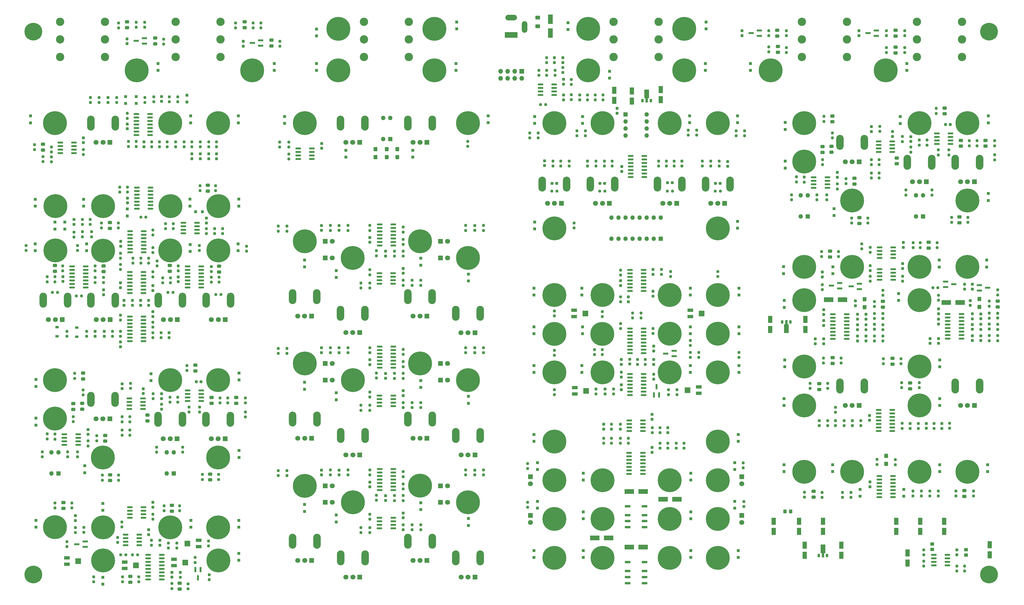
<source format=gbr>
%TF.GenerationSoftware,KiCad,Pcbnew,(6.0.9-0)*%
%TF.CreationDate,2023-07-01T22:34:15+02:00*%
%TF.ProjectId,konstrukt-kicad6,6b6f6e73-7472-4756-9b74-2d6b69636164,rev?*%
%TF.SameCoordinates,Original*%
%TF.FileFunction,Soldermask,Top*%
%TF.FilePolarity,Negative*%
%FSLAX46Y46*%
G04 Gerber Fmt 4.6, Leading zero omitted, Abs format (unit mm)*
G04 Created by KiCad (PCBNEW (6.0.9-0)) date 2023-07-01 22:34:15*
%MOMM*%
%LPD*%
G01*
G04 APERTURE LIST*
G04 Aperture macros list*
%AMRoundRect*
0 Rectangle with rounded corners*
0 $1 Rounding radius*
0 $2 $3 $4 $5 $6 $7 $8 $9 X,Y pos of 4 corners*
0 Add a 4 corners polygon primitive as box body*
4,1,4,$2,$3,$4,$5,$6,$7,$8,$9,$2,$3,0*
0 Add four circle primitives for the rounded corners*
1,1,$1+$1,$2,$3*
1,1,$1+$1,$4,$5*
1,1,$1+$1,$6,$7*
1,1,$1+$1,$8,$9*
0 Add four rect primitives between the rounded corners*
20,1,$1+$1,$2,$3,$4,$5,0*
20,1,$1+$1,$4,$5,$6,$7,0*
20,1,$1+$1,$6,$7,$8,$9,0*
20,1,$1+$1,$8,$9,$2,$3,0*%
%AMFreePoly0*
4,1,9,3.862500,-0.866500,0.737500,-0.866500,0.737500,-0.450000,-0.737500,-0.450000,-0.737500,0.450000,0.737500,0.450000,0.737500,0.866500,3.862500,0.866500,3.862500,-0.866500,3.862500,-0.866500,$1*%
G04 Aperture macros list end*
%ADD10RoundRect,0.237500X-0.237500X0.300000X-0.237500X-0.300000X0.237500X-0.300000X0.237500X0.300000X0*%
%ADD11RoundRect,0.237500X0.237500X-0.250000X0.237500X0.250000X-0.237500X0.250000X-0.237500X-0.250000X0*%
%ADD12R,1.000000X1.000000*%
%ADD13RoundRect,0.250000X0.475000X-0.337500X0.475000X0.337500X-0.475000X0.337500X-0.475000X-0.337500X0*%
%ADD14RoundRect,0.250000X0.425000X-0.537500X0.425000X0.537500X-0.425000X0.537500X-0.425000X-0.537500X0*%
%ADD15RoundRect,0.237500X-0.237500X0.250000X-0.237500X-0.250000X0.237500X-0.250000X0.237500X0.250000X0*%
%ADD16RoundRect,0.250000X-0.475000X0.337500X-0.475000X-0.337500X0.475000X-0.337500X0.475000X0.337500X0*%
%ADD17R,3.500000X1.800000*%
%ADD18RoundRect,0.250000X-0.550000X1.050000X-0.550000X-1.050000X0.550000X-1.050000X0.550000X1.050000X0*%
%ADD19RoundRect,0.237500X0.237500X-0.300000X0.237500X0.300000X-0.237500X0.300000X-0.237500X-0.300000X0*%
%ADD20RoundRect,0.150000X-0.825000X-0.150000X0.825000X-0.150000X0.825000X0.150000X-0.825000X0.150000X0*%
%ADD21RoundRect,0.237500X-0.250000X-0.237500X0.250000X-0.237500X0.250000X0.237500X-0.250000X0.237500X0*%
%ADD22RoundRect,0.237500X0.250000X0.237500X-0.250000X0.237500X-0.250000X-0.237500X0.250000X-0.237500X0*%
%ADD23R,2.000000X1.300000*%
%ADD24R,2.000000X2.000000*%
%ADD25R,0.900000X1.300000*%
%ADD26FreePoly0,90.000000*%
%ADD27R,1.200000X0.900000*%
%ADD28R,0.800000X1.900000*%
%ADD29R,1.900000X0.800000*%
%ADD30RoundRect,0.250000X0.550000X-1.050000X0.550000X1.050000X-0.550000X1.050000X-0.550000X-1.050000X0*%
%ADD31RoundRect,0.237500X0.300000X0.237500X-0.300000X0.237500X-0.300000X-0.237500X0.300000X-0.237500X0*%
%ADD32RoundRect,0.250000X-0.425000X0.537500X-0.425000X-0.537500X0.425000X-0.537500X0.425000X0.537500X0*%
%ADD33RoundRect,0.150000X-0.850000X-0.150000X0.850000X-0.150000X0.850000X0.150000X-0.850000X0.150000X0*%
%ADD34RoundRect,0.237500X-0.300000X-0.237500X0.300000X-0.237500X0.300000X0.237500X-0.300000X0.237500X0*%
%ADD35RoundRect,0.250000X0.350000X0.450000X-0.350000X0.450000X-0.350000X-0.450000X0.350000X-0.450000X0*%
%ADD36R,1.800000X3.500000*%
%ADD37R,1.600000X1.600000*%
%ADD38O,1.600000X1.600000*%
%ADD39RoundRect,0.200000X-0.830000X-0.200000X0.830000X-0.200000X0.830000X0.200000X-0.830000X0.200000X0*%
%ADD40RoundRect,0.250000X0.450000X-0.350000X0.450000X0.350000X-0.450000X0.350000X-0.450000X-0.350000X0*%
%ADD41RoundRect,0.250000X-0.625000X0.400000X-0.625000X-0.400000X0.625000X-0.400000X0.625000X0.400000X0*%
%ADD42FreePoly0,270.000000*%
%ADD43C,8.600000*%
%ADD44C,4.700000*%
%ADD45O,2.700000X5.400000*%
%ADD46R,1.800000X1.800000*%
%ADD47C,1.800000*%
%ADD48C,3.600000*%
%ADD49C,6.400000*%
%ADD50C,3.000000*%
%ADD51R,4.600000X2.000000*%
%ADD52O,4.200000X2.000000*%
%ADD53O,2.000000X4.200000*%
%ADD54R,1.700000X1.700000*%
%ADD55O,1.700000X1.700000*%
G04 APERTURE END LIST*
D10*
%TO.C,C1503*%
X347781000Y-108924000D03*
X347781000Y-110649000D03*
%TD*%
D11*
%TO.C,R308*%
X139536400Y-88026000D03*
X139536400Y-86201000D03*
%TD*%
%TO.C,R902*%
X209042000Y-137818500D03*
X209042000Y-135993500D03*
%TD*%
D12*
%TO.C,D402*%
X115430000Y-139885000D03*
X115430000Y-137385000D03*
%TD*%
D13*
%TO.C,C2906*%
X317047000Y-14658500D03*
X317047000Y-12583500D03*
%TD*%
D12*
%TO.C,D1102*%
X31242000Y-177312000D03*
X31242000Y-179812000D03*
%TD*%
D11*
%TO.C,R631*%
X34671000Y-116990500D03*
X34671000Y-115165500D03*
%TD*%
D14*
%TO.C,C1401*%
X305871000Y-106498500D03*
X305871000Y-103623500D03*
%TD*%
D15*
%TO.C,R801*%
X70358000Y-91797500D03*
X70358000Y-93622500D03*
%TD*%
%TO.C,R1216*%
X69397000Y-46744500D03*
X69397000Y-48569500D03*
%TD*%
D16*
%TO.C,C1802*%
X23749000Y-141202500D03*
X23749000Y-143277500D03*
%TD*%
D11*
%TO.C,R224*%
X61976000Y-208176500D03*
X61976000Y-206351500D03*
%TD*%
D12*
%TO.C,D2504*%
X332994000Y-139466000D03*
X332994000Y-141966000D03*
%TD*%
D15*
%TO.C,R2407*%
X237998000Y-155551500D03*
X237998000Y-157376500D03*
%TD*%
D17*
%TO.C,D1307*%
X292957000Y-103791000D03*
X297957000Y-103791000D03*
%TD*%
D12*
%TO.C,D2606*%
X332994000Y-163342000D03*
X332994000Y-165842000D03*
%TD*%
%TO.C,D501*%
X104000000Y-180205000D03*
X104000000Y-177705000D03*
%TD*%
D15*
%TO.C,R517*%
X124320000Y-186020000D03*
X124320000Y-187845000D03*
%TD*%
D18*
%TO.C,C1308*%
X284535000Y-110881000D03*
X284535000Y-114481000D03*
%TD*%
D16*
%TO.C,C803*%
X31496000Y-91545500D03*
X31496000Y-93620500D03*
%TD*%
D12*
%TO.C,D2912*%
X248721000Y-3481000D03*
X248721000Y-5981000D03*
%TD*%
%TO.C,D503*%
X145910000Y-179570000D03*
X145910000Y-177070000D03*
%TD*%
D10*
%TO.C,C1512*%
X332541000Y-107093000D03*
X332541000Y-108818000D03*
%TD*%
D11*
%TO.C,R2411*%
X220726000Y-155598500D03*
X220726000Y-153773500D03*
%TD*%
D19*
%TO.C,C702*%
X40132000Y-68781000D03*
X40132000Y-67056000D03*
%TD*%
D12*
%TO.C,D2412*%
X259080000Y-162580000D03*
X259080000Y-165080000D03*
%TD*%
D10*
%TO.C,C1513*%
X332541000Y-110802500D03*
X332541000Y-112527500D03*
%TD*%
%TO.C,C301*%
X116422400Y-76983500D03*
X116422400Y-78708500D03*
%TD*%
D11*
%TO.C,R1211*%
X51617000Y-48569500D03*
X51617000Y-46744500D03*
%TD*%
D12*
%TO.C,D304*%
X163031400Y-97003000D03*
X163031400Y-94503000D03*
%TD*%
%TO.C,D2503*%
X276860000Y-139466000D03*
X276860000Y-141966000D03*
%TD*%
D11*
%TO.C,R2104*%
X279596000Y-67701500D03*
X279596000Y-65876500D03*
%TD*%
D15*
%TO.C,R2004*%
X320767000Y-64167500D03*
X320767000Y-65992500D03*
%TD*%
D12*
%TO.C,D1801*%
X7144000Y-135071000D03*
X7144000Y-132571000D03*
%TD*%
D15*
%TO.C,R2410*%
X234950000Y-155551500D03*
X234950000Y-157376500D03*
%TD*%
%TO.C,R2914*%
X313745000Y-6612500D03*
X313745000Y-8437500D03*
%TD*%
%TO.C,R915*%
X235966000Y-93575500D03*
X235966000Y-95400500D03*
%TD*%
D20*
%TO.C,U2001*%
X331953000Y-43712000D03*
X331953000Y-44982000D03*
X331953000Y-46252000D03*
X331953000Y-47522000D03*
X336903000Y-47522000D03*
X336903000Y-46252000D03*
X336903000Y-44982000D03*
X336903000Y-43712000D03*
%TD*%
D16*
%TO.C,C2509*%
X289560000Y-134090500D03*
X289560000Y-136165500D03*
%TD*%
D12*
%TO.C,D504*%
X163055000Y-185285000D03*
X163055000Y-182785000D03*
%TD*%
D13*
%TO.C,C1604*%
X33872000Y-169034500D03*
X33872000Y-166959500D03*
%TD*%
D21*
%TO.C,R202*%
X41910000Y-195834000D03*
X43735000Y-195834000D03*
%TD*%
D12*
%TO.C,D1106*%
X80264000Y-195346000D03*
X80264000Y-197846000D03*
%TD*%
D20*
%TO.C,U1801*%
X17369000Y-152349500D03*
X17369000Y-153619500D03*
X17369000Y-154889500D03*
X17369000Y-156159500D03*
X22319000Y-156159500D03*
X22319000Y-154889500D03*
X22319000Y-153619500D03*
X22319000Y-152349500D03*
%TD*%
D22*
%TO.C,R707*%
X46759500Y-73914000D03*
X44934500Y-73914000D03*
%TD*%
D15*
%TO.C,R2001*%
X352771000Y-46387500D03*
X352771000Y-48212500D03*
%TD*%
%TO.C,R2701*%
X98298000Y-51157500D03*
X98298000Y-52982500D03*
%TD*%
%TO.C,R2508*%
X336550000Y-148336000D03*
X336550000Y-150161000D03*
%TD*%
D20*
%TO.C,U802*%
X20131000Y-91694000D03*
X20131000Y-92964000D03*
X20131000Y-94234000D03*
X20131000Y-95504000D03*
X20131000Y-96774000D03*
X20131000Y-98044000D03*
X20131000Y-99314000D03*
X25081000Y-99314000D03*
X25081000Y-98044000D03*
X25081000Y-96774000D03*
X25081000Y-95504000D03*
X25081000Y-94234000D03*
X25081000Y-92964000D03*
X25081000Y-91694000D03*
%TD*%
D11*
%TO.C,R603*%
X47752000Y-90574500D03*
X47752000Y-88749500D03*
%TD*%
D19*
%TO.C,C206*%
X49276000Y-178662500D03*
X49276000Y-176937500D03*
%TD*%
D10*
%TO.C,C1510*%
X353877000Y-108670000D03*
X353877000Y-110395000D03*
%TD*%
D13*
%TO.C,C801*%
X73152000Y-93747500D03*
X73152000Y-91672500D03*
%TD*%
D12*
%TO.C,D1103*%
X62992000Y-183408000D03*
X62992000Y-185908000D03*
%TD*%
D11*
%TO.C,R515*%
X145910000Y-186852500D03*
X145910000Y-185027500D03*
%TD*%
%TO.C,R923*%
X218186000Y-131722500D03*
X218186000Y-129897500D03*
%TD*%
%TO.C,R516*%
X139560000Y-186852500D03*
X139560000Y-185027500D03*
%TD*%
D23*
%TO.C,RV201*%
X18320000Y-196970000D03*
D24*
X22320000Y-198120000D03*
D23*
X18320000Y-199270000D03*
%TD*%
D11*
%TO.C,R2516*%
X325628000Y-135532500D03*
X325628000Y-133707500D03*
%TD*%
D12*
%TO.C,D2908*%
X321111000Y-18467000D03*
X321111000Y-20967000D03*
%TD*%
D11*
%TO.C,R1302*%
X332033000Y-84995000D03*
X332033000Y-83170000D03*
%TD*%
D12*
%TO.C,D2703*%
X118872000Y-52304000D03*
X118872000Y-49804000D03*
%TD*%
D10*
%TO.C,C1402*%
X302569000Y-104198500D03*
X302569000Y-105923500D03*
%TD*%
D16*
%TO.C,C2903*%
X50093000Y-9281500D03*
X50093000Y-11356500D03*
%TD*%
D20*
%TO.C,U801*%
X61787000Y-91694000D03*
X61787000Y-92964000D03*
X61787000Y-94234000D03*
X61787000Y-95504000D03*
X61787000Y-96774000D03*
X61787000Y-98044000D03*
X61787000Y-99314000D03*
X66737000Y-99314000D03*
X66737000Y-98044000D03*
X66737000Y-96774000D03*
X66737000Y-95504000D03*
X66737000Y-94234000D03*
X66737000Y-92964000D03*
X66737000Y-91694000D03*
%TD*%
D15*
%TO.C,R201*%
X38100000Y-183999500D03*
X38100000Y-185824500D03*
%TD*%
%TO.C,R621*%
X27178000Y-79201000D03*
X27178000Y-81026000D03*
%TD*%
D13*
%TO.C,C1411*%
X312475000Y-106453000D03*
X312475000Y-104378000D03*
%TD*%
D19*
%TO.C,C1307*%
X319587000Y-92461500D03*
X319587000Y-90736500D03*
%TD*%
D25*
%TO.C,U2801*%
X289385000Y-196119000D03*
D26*
X290885000Y-196031500D03*
D25*
X292385000Y-196119000D03*
%TD*%
D11*
%TO.C,R808*%
X3556000Y-86002500D03*
X3556000Y-84177500D03*
%TD*%
D15*
%TO.C,R2306*%
X205232000Y-42775500D03*
X205232000Y-44600500D03*
%TD*%
D11*
%TO.C,R2201*%
X200152000Y-26058500D03*
X200152000Y-24233500D03*
%TD*%
D10*
%TO.C,C205*%
X51816000Y-190653500D03*
X51816000Y-192378500D03*
%TD*%
%TO.C,C1207*%
X69397000Y-51112500D03*
X69397000Y-52837500D03*
%TD*%
D12*
%TO.C,D2704*%
X143002000Y-49804000D03*
X143002000Y-52304000D03*
%TD*%
D11*
%TO.C,R805*%
X83058000Y-86256500D03*
X83058000Y-84431500D03*
%TD*%
D22*
%TO.C,R1310*%
X332334000Y-99473000D03*
X330509000Y-99473000D03*
%TD*%
D12*
%TO.C,D1105*%
X31242000Y-206482000D03*
X31242000Y-203982000D03*
%TD*%
D19*
%TO.C,C2308*%
X190500000Y-55319000D03*
X190500000Y-53594000D03*
%TD*%
D15*
%TO.C,R1701*%
X82605000Y-139200500D03*
X82605000Y-141025500D03*
%TD*%
D11*
%TO.C,R1308*%
X332541000Y-103941500D03*
X332541000Y-102116500D03*
%TD*%
D15*
%TO.C,R702*%
X53848000Y-76303500D03*
X53848000Y-78128500D03*
%TD*%
D13*
%TO.C,C2901*%
X39933000Y-5514500D03*
X39933000Y-3439500D03*
%TD*%
D15*
%TO.C,R911*%
X235204000Y-136247500D03*
X235204000Y-138072500D03*
%TD*%
%TO.C,R920*%
X211328000Y-121769500D03*
X211328000Y-123594500D03*
%TD*%
D12*
%TO.C,D1205*%
X80065000Y-37390000D03*
X80065000Y-39890000D03*
%TD*%
D11*
%TO.C,R312*%
X168492400Y-78758500D03*
X168492400Y-76933500D03*
%TD*%
D13*
%TO.C,C203*%
X41148000Y-205761500D03*
X41148000Y-203686500D03*
%TD*%
D15*
%TO.C,R2204*%
X205994000Y-29821500D03*
X205994000Y-31646500D03*
%TD*%
D18*
%TO.C,C2807*%
X321365000Y-195209000D03*
X321365000Y-198809000D03*
%TD*%
D11*
%TO.C,R602*%
X44958000Y-90574500D03*
X44958000Y-88749500D03*
%TD*%
D10*
%TO.C,C1209*%
X52379000Y-30438000D03*
X52379000Y-32163000D03*
%TD*%
D11*
%TO.C,R1309*%
X307903000Y-93273500D03*
X307903000Y-91448500D03*
%TD*%
D19*
%TO.C,C2911*%
X81843000Y-12197500D03*
X81843000Y-10472500D03*
%TD*%
%TO.C,C404*%
X165341000Y-122860500D03*
X165341000Y-121135500D03*
%TD*%
D11*
%TO.C,R2310*%
X253492000Y-55522500D03*
X253492000Y-53697500D03*
%TD*%
%TO.C,R2911*%
X85399000Y-5643500D03*
X85399000Y-3818500D03*
%TD*%
%TO.C,R1903*%
X352771000Y-53292500D03*
X352771000Y-51467500D03*
%TD*%
D15*
%TO.C,R811*%
X28448000Y-95734500D03*
X28448000Y-97559500D03*
%TD*%
%TO.C,R1217*%
X72191000Y-46744500D03*
X72191000Y-48569500D03*
%TD*%
D11*
%TO.C,R2403*%
X217805000Y-150518500D03*
X217805000Y-148693500D03*
%TD*%
D10*
%TO.C,C1509*%
X347781000Y-116798000D03*
X347781000Y-118523000D03*
%TD*%
D15*
%TO.C,R2416*%
X262128000Y-162663500D03*
X262128000Y-164488500D03*
%TD*%
D16*
%TO.C,C601*%
X33782000Y-75924500D03*
X33782000Y-77999500D03*
%TD*%
D12*
%TO.C,D2302*%
X242824000Y-37358000D03*
X242824000Y-39858000D03*
%TD*%
D19*
%TO.C,C2403*%
X229297000Y-158850500D03*
X229297000Y-157125500D03*
%TD*%
D10*
%TO.C,C1211*%
X40060000Y-40317500D03*
X40060000Y-42042500D03*
%TD*%
D19*
%TO.C,C1603*%
X38190000Y-135839500D03*
X38190000Y-134114500D03*
%TD*%
D11*
%TO.C,R512*%
X168516000Y-167040500D03*
X168516000Y-165215500D03*
%TD*%
%TO.C,R511*%
X129908000Y-176184500D03*
X129908000Y-174359500D03*
%TD*%
D18*
%TO.C,C2812*%
X334573000Y-183779000D03*
X334573000Y-187379000D03*
%TD*%
D19*
%TO.C,C1406*%
X288091000Y-119639500D03*
X288091000Y-117914500D03*
%TD*%
D15*
%TO.C,R1611*%
X36920000Y-167084500D03*
X36920000Y-168909500D03*
%TD*%
%TO.C,R2601*%
X284226000Y-173228000D03*
X284226000Y-175053000D03*
%TD*%
%TO.C,R2325*%
X201168000Y-76049500D03*
X201168000Y-77874500D03*
%TD*%
%TO.C,R1408*%
X312475000Y-112784500D03*
X312475000Y-114609500D03*
%TD*%
D11*
%TO.C,R218*%
X53340000Y-179982500D03*
X53340000Y-178157500D03*
%TD*%
D10*
%TO.C,C607*%
X55118000Y-115723500D03*
X55118000Y-117448500D03*
%TD*%
D11*
%TO.C,R1803*%
X18574000Y-160514500D03*
X18574000Y-158689500D03*
%TD*%
D15*
%TO.C,R304*%
X136361400Y-86201000D03*
X136361400Y-88026000D03*
%TD*%
D19*
%TO.C,C613*%
X37592000Y-99414500D03*
X37592000Y-97689500D03*
%TD*%
D10*
%TO.C,C1208*%
X72191000Y-51112500D03*
X72191000Y-52837500D03*
%TD*%
D15*
%TO.C,R907*%
X222250000Y-108561500D03*
X222250000Y-110386500D03*
%TD*%
D27*
%TO.C,D604*%
X21844000Y-117092000D03*
X21844000Y-113792000D03*
%TD*%
D20*
%TO.C,U701*%
X43499000Y-63246000D03*
X43499000Y-64516000D03*
X43499000Y-65786000D03*
X43499000Y-67056000D03*
X43499000Y-68326000D03*
X43499000Y-69596000D03*
X43499000Y-70866000D03*
X48449000Y-70866000D03*
X48449000Y-69596000D03*
X48449000Y-68326000D03*
X48449000Y-67056000D03*
X48449000Y-65786000D03*
X48449000Y-64516000D03*
X48449000Y-63246000D03*
%TD*%
D11*
%TO.C,R1210*%
X57459000Y-48569500D03*
X57459000Y-46744500D03*
%TD*%
%TO.C,R2608*%
X316992000Y-163322000D03*
X316992000Y-161497000D03*
%TD*%
D15*
%TO.C,R921*%
X194056000Y-107799500D03*
X194056000Y-109624500D03*
%TD*%
D12*
%TO.C,D2002*%
X318735000Y-37668000D03*
X318735000Y-40168000D03*
%TD*%
%TO.C,D1901*%
X350520000Y-65405000D03*
X350520000Y-67905000D03*
%TD*%
D20*
%TO.C,U2501*%
X310961000Y-143510000D03*
X310961000Y-144780000D03*
X310961000Y-146050000D03*
X310961000Y-147320000D03*
X310961000Y-148590000D03*
X310961000Y-149860000D03*
X310961000Y-151130000D03*
X315911000Y-151130000D03*
X315911000Y-149860000D03*
X315911000Y-148590000D03*
X315911000Y-147320000D03*
X315911000Y-146050000D03*
X315911000Y-144780000D03*
X315911000Y-143510000D03*
%TD*%
D19*
%TO.C,C2815*%
X339145000Y-195839500D03*
X339145000Y-194114500D03*
%TD*%
D10*
%TO.C,C2507*%
X295402000Y-147473500D03*
X295402000Y-149198500D03*
%TD*%
D19*
%TO.C,C903*%
X221234000Y-126947000D03*
X221234000Y-125222000D03*
%TD*%
D12*
%TO.C,D701*%
X24250000Y-67480000D03*
X24250000Y-69980000D03*
%TD*%
D15*
%TO.C,R1504*%
X350829000Y-108620000D03*
X350829000Y-110445000D03*
%TD*%
D10*
%TO.C,C2309*%
X218360000Y-55679000D03*
X218360000Y-57404000D03*
%TD*%
D11*
%TO.C,R213*%
X20066000Y-178966500D03*
X20066000Y-177141500D03*
%TD*%
%TO.C,R413*%
X127495000Y-138912500D03*
X127495000Y-137087500D03*
%TD*%
%TO.C,R1909*%
X311404000Y-42973000D03*
X311404000Y-41148000D03*
%TD*%
D15*
%TO.C,R2604*%
X332486000Y-172823500D03*
X332486000Y-174648500D03*
%TD*%
D10*
%TO.C,C405*%
X127495000Y-125453500D03*
X127495000Y-127178500D03*
%TD*%
D11*
%TO.C,R620*%
X49276000Y-80414500D03*
X49276000Y-78589500D03*
%TD*%
%TO.C,R614*%
X41910000Y-105814500D03*
X41910000Y-103989500D03*
%TD*%
D16*
%TO.C,C2908*%
X317047000Y-6487500D03*
X317047000Y-8562500D03*
%TD*%
D15*
%TO.C,R2912*%
X313745000Y-12708500D03*
X313745000Y-14533500D03*
%TD*%
D12*
%TO.C,D502*%
X115430000Y-184015000D03*
X115430000Y-181515000D03*
%TD*%
D16*
%TO.C,C2904*%
X274375000Y-6487500D03*
X274375000Y-8562500D03*
%TD*%
D17*
%TO.C,D1308*%
X335375000Y-104807000D03*
X340375000Y-104807000D03*
%TD*%
D15*
%TO.C,R2603*%
X329438000Y-172823500D03*
X329438000Y-174648500D03*
%TD*%
D20*
%TO.C,U902*%
X221299000Y-130556000D03*
X221299000Y-131826000D03*
X221299000Y-133096000D03*
X221299000Y-134366000D03*
X221299000Y-135636000D03*
X221299000Y-136906000D03*
X221299000Y-138176000D03*
X226249000Y-138176000D03*
X226249000Y-136906000D03*
X226249000Y-135636000D03*
X226249000Y-134366000D03*
X226249000Y-133096000D03*
X226249000Y-131826000D03*
X226249000Y-130556000D03*
%TD*%
D15*
%TO.C,R2207*%
X188468000Y-20931500D03*
X188468000Y-22756500D03*
%TD*%
D11*
%TO.C,R1904*%
X322545000Y-50498500D03*
X322545000Y-48673500D03*
%TD*%
D28*
%TO.C,Q202*%
X66482000Y-201192000D03*
X64582000Y-201192000D03*
X65532000Y-204192000D03*
%TD*%
D13*
%TO.C,C1803*%
X20606000Y-143367500D03*
X20606000Y-141292500D03*
%TD*%
D15*
%TO.C,R814*%
X52832000Y-95861500D03*
X52832000Y-97686500D03*
%TD*%
%TO.C,R2305*%
X212090000Y-53697500D03*
X212090000Y-55522500D03*
%TD*%
D11*
%TO.C,R315*%
X145886400Y-98570500D03*
X145886400Y-96745500D03*
%TD*%
D15*
%TO.C,R404*%
X136385000Y-130353000D03*
X136385000Y-132178000D03*
%TD*%
D11*
%TO.C,R2323*%
X193548000Y-55522500D03*
X193548000Y-53697500D03*
%TD*%
D29*
%TO.C,Q2904*%
X310165000Y-8475000D03*
X310165000Y-6575000D03*
X307165000Y-7525000D03*
%TD*%
D10*
%TO.C,C906*%
X229616000Y-92863500D03*
X229616000Y-94588500D03*
%TD*%
%TO.C,C1413*%
X291139000Y-111310500D03*
X291139000Y-113035500D03*
%TD*%
D12*
%TO.C,D603*%
X80264000Y-67450000D03*
X80264000Y-69950000D03*
%TD*%
D14*
%TO.C,C2602*%
X313690000Y-162981500D03*
X313690000Y-160106500D03*
%TD*%
D15*
%TO.C,R632*%
X25400000Y-115165500D03*
X25400000Y-116990500D03*
%TD*%
D11*
%TO.C,R1307*%
X307903000Y-97083500D03*
X307903000Y-95258500D03*
%TD*%
D12*
%TO.C,D403*%
X145910000Y-135440000D03*
X145910000Y-132940000D03*
%TD*%
D20*
%TO.C,U702*%
X60233000Y-75951000D03*
X60233000Y-77221000D03*
X60233000Y-78491000D03*
X60233000Y-79761000D03*
X65183000Y-79761000D03*
X65183000Y-78491000D03*
X65183000Y-77221000D03*
X65183000Y-75951000D03*
%TD*%
D11*
%TO.C,R503*%
X119621000Y-167040500D03*
X119621000Y-165215500D03*
%TD*%
D10*
%TO.C,C401*%
X116446000Y-121135500D03*
X116446000Y-122860500D03*
%TD*%
D15*
%TO.C,R613*%
X47752000Y-103989500D03*
X47752000Y-105814500D03*
%TD*%
D19*
%TO.C,C2203*%
X216662000Y-36422500D03*
X216662000Y-34697500D03*
%TD*%
%TO.C,C1805*%
X25931500Y-152349500D03*
X25931500Y-150624500D03*
%TD*%
D12*
%TO.C,D802*%
X62738000Y-83840000D03*
X62738000Y-86340000D03*
%TD*%
D11*
%TO.C,R2909*%
X79049000Y-5643500D03*
X79049000Y-3818500D03*
%TD*%
D15*
%TO.C,R703*%
X37338000Y-63095500D03*
X37338000Y-64920500D03*
%TD*%
D16*
%TO.C,C2003*%
X349469000Y-46262500D03*
X349469000Y-48337500D03*
%TD*%
D11*
%TO.C,R313*%
X127471400Y-94760500D03*
X127471400Y-92935500D03*
%TD*%
D15*
%TO.C,R1305*%
X307903000Y-84844500D03*
X307903000Y-86669500D03*
%TD*%
D19*
%TO.C,C2505*%
X301498000Y-149198500D03*
X301498000Y-147473500D03*
%TD*%
D20*
%TO.C,U203*%
X40959000Y-178689000D03*
X40959000Y-179959000D03*
X40959000Y-181229000D03*
X40959000Y-182499000D03*
X45909000Y-182499000D03*
X45909000Y-181229000D03*
X45909000Y-179959000D03*
X45909000Y-178689000D03*
%TD*%
D19*
%TO.C,C2303*%
X205994000Y-55472500D03*
X205994000Y-53747500D03*
%TD*%
D15*
%TO.C,R203*%
X21336000Y-186031500D03*
X21336000Y-187856500D03*
%TD*%
%TO.C,R1402*%
X309427000Y-104402500D03*
X309427000Y-106227500D03*
%TD*%
%TO.C,R2003*%
X330200000Y-64167500D03*
X330200000Y-65992500D03*
%TD*%
%TO.C,R2317*%
X188214000Y-43537500D03*
X188214000Y-45362500D03*
%TD*%
D10*
%TO.C,C1410*%
X312475000Y-108770500D03*
X312475000Y-110495500D03*
%TD*%
D30*
%TO.C,C2804*%
X284281000Y-196015000D03*
X284281000Y-192415000D03*
%TD*%
D19*
%TO.C,C2302*%
X240030000Y-55472500D03*
X240030000Y-53747500D03*
%TD*%
%TO.C,C615*%
X49276000Y-109828500D03*
X49276000Y-108103500D03*
%TD*%
D13*
%TO.C,C802*%
X55372000Y-93493500D03*
X55372000Y-91418500D03*
%TD*%
D16*
%TO.C,C2004*%
X317465000Y-52612500D03*
X317465000Y-54687500D03*
%TD*%
D12*
%TO.C,D1301*%
X276661000Y-94353000D03*
X276661000Y-91853000D03*
%TD*%
D19*
%TO.C,C901*%
X229870000Y-127100500D03*
X229870000Y-125375500D03*
%TD*%
D31*
%TO.C,C1705*%
X66648500Y-133350000D03*
X64923500Y-133350000D03*
%TD*%
D15*
%TO.C,R2302*%
X259588000Y-42775500D03*
X259588000Y-44600500D03*
%TD*%
D23*
%TO.C,RV903*%
X246094000Y-137548000D03*
D24*
X242094000Y-136398000D03*
D23*
X246094000Y-135248000D03*
%TD*%
D20*
%TO.C,U901*%
X221299000Y-92964000D03*
X221299000Y-94234000D03*
X221299000Y-95504000D03*
X221299000Y-96774000D03*
X221299000Y-98044000D03*
X221299000Y-99314000D03*
X221299000Y-100584000D03*
X226249000Y-100584000D03*
X226249000Y-99314000D03*
X226249000Y-98044000D03*
X226249000Y-96774000D03*
X226249000Y-95504000D03*
X226249000Y-94234000D03*
X226249000Y-92964000D03*
%TD*%
D11*
%TO.C,R1702*%
X61523000Y-129341500D03*
X61523000Y-127516500D03*
%TD*%
D18*
%TO.C,C2805*%
X273105000Y-183779000D03*
X273105000Y-187379000D03*
%TD*%
D16*
%TO.C,C2510*%
X322326000Y-133836500D03*
X322326000Y-135911500D03*
%TD*%
D11*
%TO.C,R1222*%
X12700000Y-53998500D03*
X12700000Y-52173500D03*
%TD*%
D32*
%TO.C,C2702*%
X137414000Y-49362500D03*
X137414000Y-52237500D03*
%TD*%
D15*
%TO.C,R221*%
X64516000Y-196803000D03*
X64516000Y-198628000D03*
%TD*%
D16*
%TO.C,C2907*%
X92003000Y-10043500D03*
X92003000Y-12118500D03*
%TD*%
D15*
%TO.C,R2511*%
X330962000Y-148439500D03*
X330962000Y-150264500D03*
%TD*%
%TO.C,R810*%
X55626000Y-95861500D03*
X55626000Y-97686500D03*
%TD*%
%TO.C,R1208*%
X48823000Y-46744500D03*
X48823000Y-48569500D03*
%TD*%
D20*
%TO.C,U601*%
X41024000Y-78994000D03*
X41024000Y-80264000D03*
X41024000Y-81534000D03*
X41024000Y-82804000D03*
X41024000Y-84074000D03*
X41024000Y-85344000D03*
X41024000Y-86614000D03*
X45974000Y-86614000D03*
X45974000Y-85344000D03*
X45974000Y-84074000D03*
X45974000Y-82804000D03*
X45974000Y-81534000D03*
X45974000Y-80264000D03*
X45974000Y-78994000D03*
%TD*%
D12*
%TO.C,D2909*%
X158551000Y-18467000D03*
X158551000Y-20967000D03*
%TD*%
D19*
%TO.C,C306*%
X139536400Y-94202500D03*
X139536400Y-92477500D03*
%TD*%
D11*
%TO.C,R2208*%
X194310000Y-22756500D03*
X194310000Y-20931500D03*
%TD*%
D12*
%TO.C,D1008*%
X204216000Y-113558000D03*
X204216000Y-116058000D03*
%TD*%
D13*
%TO.C,C1301*%
X293425000Y-88318500D03*
X293425000Y-86243500D03*
%TD*%
D18*
%TO.C,C2803*%
X282249000Y-183779000D03*
X282249000Y-187379000D03*
%TD*%
D11*
%TO.C,R1507*%
X353877000Y-118573000D03*
X353877000Y-116748000D03*
%TD*%
D19*
%TO.C,C1901*%
X322545000Y-46638500D03*
X322545000Y-44913500D03*
%TD*%
D12*
%TO.C,D1302*%
X332795000Y-89460000D03*
X332795000Y-91960000D03*
%TD*%
D23*
%TO.C,RV904*%
X243110000Y-107562000D03*
D24*
X247110000Y-108712000D03*
D23*
X243110000Y-109862000D03*
%TD*%
D15*
%TO.C,R220*%
X69596000Y-203049500D03*
X69596000Y-204874500D03*
%TD*%
%TO.C,R1508*%
X353877000Y-112684000D03*
X353877000Y-114509000D03*
%TD*%
D11*
%TO.C,R927*%
X232664000Y-94638500D03*
X232664000Y-92813500D03*
%TD*%
D19*
%TO.C,C612*%
X37657000Y-84428500D03*
X37657000Y-82703500D03*
%TD*%
D10*
%TO.C,C605*%
X49276000Y-98705500D03*
X49276000Y-100430500D03*
%TD*%
D15*
%TO.C,R2415*%
X262382000Y-176633500D03*
X262382000Y-178458500D03*
%TD*%
D20*
%TO.C,U401*%
X131047500Y-120728000D03*
X131047500Y-121998000D03*
X131047500Y-123268000D03*
X131047500Y-124538000D03*
X131047500Y-125808000D03*
X131047500Y-127078000D03*
X131047500Y-128348000D03*
X135997500Y-128348000D03*
X135997500Y-127078000D03*
X135997500Y-125808000D03*
X135997500Y-124538000D03*
X135997500Y-123268000D03*
X135997500Y-121998000D03*
X135997500Y-120728000D03*
%TD*%
D12*
%TO.C,D1601*%
X80354000Y-158218000D03*
X80354000Y-160718000D03*
%TD*%
%TO.C,D1006*%
X243078000Y-127508000D03*
X243078000Y-130008000D03*
%TD*%
%TO.C,D2410*%
X260350000Y-152420000D03*
X260350000Y-154920000D03*
%TD*%
%TO.C,D1305*%
X294441000Y-94373000D03*
X294441000Y-91873000D03*
%TD*%
D15*
%TO.C,R223*%
X56134000Y-206201000D03*
X56134000Y-208026000D03*
%TD*%
D28*
%TO.C,Q902*%
X229936000Y-138152000D03*
X231836000Y-138152000D03*
X230886000Y-135152000D03*
%TD*%
D12*
%TO.C,D1104*%
X80264000Y-183408000D03*
X80264000Y-185908000D03*
%TD*%
D20*
%TO.C,U1601*%
X40795000Y-139422000D03*
X40795000Y-140692000D03*
X40795000Y-141962000D03*
X40795000Y-143232000D03*
X45745000Y-143232000D03*
X45745000Y-141962000D03*
X45745000Y-140692000D03*
X45745000Y-139422000D03*
%TD*%
D15*
%TO.C,R809*%
X70358000Y-95607500D03*
X70358000Y-97432500D03*
%TD*%
D11*
%TO.C,R416*%
X139560000Y-142722500D03*
X139560000Y-140897500D03*
%TD*%
%TO.C,R311*%
X129884400Y-87902500D03*
X129884400Y-86077500D03*
%TD*%
D15*
%TO.C,R605*%
X49276000Y-84939500D03*
X49276000Y-86764500D03*
%TD*%
D16*
%TO.C,C208*%
X58928000Y-206126000D03*
X58928000Y-208201000D03*
%TD*%
D12*
%TO.C,D2907*%
X213923000Y-21261000D03*
X213923000Y-23761000D03*
%TD*%
D15*
%TO.C,R802*%
X58420000Y-91543500D03*
X58420000Y-93368500D03*
%TD*%
D12*
%TO.C,D2101*%
X277310000Y-42258000D03*
X277310000Y-39758000D03*
%TD*%
D10*
%TO.C,C207*%
X56134000Y-202184000D03*
X56134000Y-203909000D03*
%TD*%
D15*
%TO.C,R417*%
X124320000Y-141890000D03*
X124320000Y-143715000D03*
%TD*%
%TO.C,R2209*%
X197104000Y-19915500D03*
X197104000Y-21740500D03*
%TD*%
D10*
%TO.C,C501*%
X116446000Y-165265500D03*
X116446000Y-166990500D03*
%TD*%
D15*
%TO.C,R402*%
X139560000Y-126135500D03*
X139560000Y-127960500D03*
%TD*%
%TO.C,R610*%
X42037000Y-88749500D03*
X42037000Y-90574500D03*
%TD*%
D20*
%TO.C,U1202*%
X43300000Y-36735000D03*
X43300000Y-38005000D03*
X43300000Y-39275000D03*
X43300000Y-40545000D03*
X43300000Y-41815000D03*
X43300000Y-43085000D03*
X43300000Y-44355000D03*
X48250000Y-44355000D03*
X48250000Y-43085000D03*
X48250000Y-41815000D03*
X48250000Y-40545000D03*
X48250000Y-39275000D03*
X48250000Y-38005000D03*
X48250000Y-36735000D03*
%TD*%
D10*
%TO.C,C1409*%
X306379000Y-116898500D03*
X306379000Y-118623500D03*
%TD*%
D15*
%TO.C,R2602*%
X290576000Y-173331500D03*
X290576000Y-175156500D03*
%TD*%
%TO.C,R1221*%
X58221000Y-30488500D03*
X58221000Y-32313500D03*
%TD*%
D12*
%TO.C,D2409*%
X186690000Y-152420000D03*
X186690000Y-154920000D03*
%TD*%
%TO.C,D2414*%
X259080000Y-176550000D03*
X259080000Y-179050000D03*
%TD*%
D15*
%TO.C,R705*%
X68580000Y-78081500D03*
X68580000Y-79906500D03*
%TD*%
D12*
%TO.C,D1204*%
X39425000Y-30405000D03*
X39425000Y-32905000D03*
%TD*%
D33*
%TO.C,U1501*%
X335883000Y-108897500D03*
X335883000Y-110167500D03*
X335883000Y-111437500D03*
X335883000Y-112707500D03*
X335883000Y-113977500D03*
X335883000Y-115247500D03*
X335883000Y-116517500D03*
X335883000Y-117787500D03*
X340883000Y-117787500D03*
X340883000Y-116517500D03*
X340883000Y-115247500D03*
X340883000Y-113977500D03*
X340883000Y-112707500D03*
X340883000Y-111437500D03*
X340883000Y-110167500D03*
X340883000Y-108897500D03*
%TD*%
D15*
%TO.C,R2106*%
X292296000Y-65876500D03*
X292296000Y-67701500D03*
%TD*%
D12*
%TO.C,D2301*%
X260096000Y-37358000D03*
X260096000Y-39858000D03*
%TD*%
D19*
%TO.C,C1605*%
X45810000Y-137617500D03*
X45810000Y-135892500D03*
%TD*%
D12*
%TO.C,D302*%
X115406400Y-95733000D03*
X115406400Y-93233000D03*
%TD*%
D10*
%TO.C,C1507*%
X350829000Y-112580500D03*
X350829000Y-114305500D03*
%TD*%
D14*
%TO.C,C1501*%
X347273000Y-106398000D03*
X347273000Y-103523000D03*
%TD*%
D12*
%TO.C,D804*%
X6858000Y-83586000D03*
X6858000Y-86086000D03*
%TD*%
D19*
%TO.C,C209*%
X47752000Y-188568500D03*
X47752000Y-186843500D03*
%TD*%
D15*
%TO.C,R2401*%
X214630000Y-148693500D03*
X214630000Y-150518500D03*
%TD*%
D17*
%TO.C,D2406*%
X233212000Y-175768000D03*
X238212000Y-175768000D03*
%TD*%
D12*
%TO.C,D1007*%
X203962000Y-99588000D03*
X203962000Y-102088000D03*
%TD*%
D15*
%TO.C,R2409*%
X217805000Y-153773500D03*
X217805000Y-155598500D03*
%TD*%
%TO.C,R2006*%
X332451000Y-49689500D03*
X332451000Y-51514500D03*
%TD*%
D11*
%TO.C,R2514*%
X319278000Y-135532500D03*
X319278000Y-133707500D03*
%TD*%
D29*
%TO.C,Q201*%
X24868000Y-192974000D03*
X24868000Y-191074000D03*
X21868000Y-192024000D03*
%TD*%
D34*
%TO.C,C2305*%
X234849500Y-61468000D03*
X236574500Y-61468000D03*
%TD*%
D12*
%TO.C,D1602*%
X24728000Y-166199000D03*
X24728000Y-163699000D03*
%TD*%
D11*
%TO.C,R2803*%
X339145000Y-201731500D03*
X339145000Y-199906500D03*
%TD*%
%TO.C,R813*%
X73152000Y-97432500D03*
X73152000Y-95607500D03*
%TD*%
%TO.C,R2703*%
X98298000Y-48664500D03*
X98298000Y-46839500D03*
%TD*%
D12*
%TO.C,D2415*%
X204470000Y-194330000D03*
X204470000Y-196830000D03*
%TD*%
D11*
%TO.C,R604*%
X50800000Y-91590500D03*
X50800000Y-89765500D03*
%TD*%
%TO.C,R1907*%
X319497000Y-46688500D03*
X319497000Y-44863500D03*
%TD*%
D10*
%TO.C,C1504*%
X344733000Y-116798000D03*
X344733000Y-118523000D03*
%TD*%
D15*
%TO.C,R1202*%
X9652000Y-52078500D03*
X9652000Y-53903500D03*
%TD*%
D11*
%TO.C,R1603*%
X82605000Y-146105500D03*
X82605000Y-144280500D03*
%TD*%
D13*
%TO.C,C204*%
X56134000Y-180107500D03*
X56134000Y-178032500D03*
%TD*%
D15*
%TO.C,R609*%
X37592000Y-91035500D03*
X37592000Y-92860500D03*
%TD*%
D12*
%TO.C,D1201*%
X5135000Y-37390000D03*
X5135000Y-39890000D03*
%TD*%
D11*
%TO.C,R1609*%
X41238000Y-135786000D03*
X41238000Y-133961000D03*
%TD*%
D19*
%TO.C,C304*%
X165317400Y-78708500D03*
X165317400Y-76983500D03*
%TD*%
D11*
%TO.C,R2404*%
X229362000Y-151788500D03*
X229362000Y-149963500D03*
%TD*%
D15*
%TO.C,R1311*%
X304855000Y-83574500D03*
X304855000Y-85399500D03*
%TD*%
D11*
%TO.C,R607*%
X26670000Y-76604500D03*
X26670000Y-74779500D03*
%TD*%
D12*
%TO.C,D303*%
X145886400Y-91288000D03*
X145886400Y-88788000D03*
%TD*%
%TO.C,D2413*%
X204470000Y-180360000D03*
X204470000Y-182860000D03*
%TD*%
D20*
%TO.C,U603*%
X40959000Y-109855000D03*
X40959000Y-111125000D03*
X40959000Y-112395000D03*
X40959000Y-113665000D03*
X40959000Y-114935000D03*
X40959000Y-116205000D03*
X40959000Y-117475000D03*
X40959000Y-118745000D03*
X45909000Y-118745000D03*
X45909000Y-117475000D03*
X45909000Y-116205000D03*
X45909000Y-114935000D03*
X45909000Y-113665000D03*
X45909000Y-112395000D03*
X45909000Y-111125000D03*
X45909000Y-109855000D03*
%TD*%
D11*
%TO.C,R2503*%
X297434000Y-126642500D03*
X297434000Y-124817500D03*
%TD*%
D12*
%TO.C,D2602*%
X320040000Y-174732000D03*
X320040000Y-172232000D03*
%TD*%
%TO.C,D1202*%
X62920000Y-37390000D03*
X62920000Y-39890000D03*
%TD*%
D15*
%TO.C,R1403*%
X303331000Y-108974500D03*
X303331000Y-110799500D03*
%TD*%
D19*
%TO.C,C2506*%
X322326000Y-150214500D03*
X322326000Y-148489500D03*
%TD*%
D11*
%TO.C,R1905*%
X308356000Y-55014500D03*
X308356000Y-53189500D03*
%TD*%
D15*
%TO.C,R1705*%
X66095000Y-142502500D03*
X66095000Y-144327500D03*
%TD*%
D11*
%TO.C,R807*%
X22098000Y-86002500D03*
X22098000Y-84177500D03*
%TD*%
D15*
%TO.C,R2510*%
X298553500Y-147423500D03*
X298553500Y-149248500D03*
%TD*%
D11*
%TO.C,R1506*%
X350829000Y-118573000D03*
X350829000Y-116748000D03*
%TD*%
D22*
%TO.C,R2318*%
X253896500Y-64516000D03*
X252071500Y-64516000D03*
%TD*%
D33*
%TO.C,U1401*%
X294481000Y-108998000D03*
X294481000Y-110268000D03*
X294481000Y-111538000D03*
X294481000Y-112808000D03*
X294481000Y-114078000D03*
X294481000Y-115348000D03*
X294481000Y-116618000D03*
X294481000Y-117888000D03*
X299481000Y-117888000D03*
X299481000Y-116618000D03*
X299481000Y-115348000D03*
X299481000Y-114078000D03*
X299481000Y-112808000D03*
X299481000Y-111538000D03*
X299481000Y-110268000D03*
X299481000Y-108998000D03*
%TD*%
D10*
%TO.C,C701*%
X68580000Y-74321500D03*
X68580000Y-76046500D03*
%TD*%
D11*
%TO.C,R1902*%
X311150000Y-59840500D03*
X311150000Y-58015500D03*
%TD*%
D16*
%TO.C,C1201*%
X9652000Y-47635500D03*
X9652000Y-49710500D03*
%TD*%
D19*
%TO.C,C806*%
X58406000Y-97226500D03*
X58406000Y-95501500D03*
%TD*%
D15*
%TO.C,R1703*%
X60034000Y-156980500D03*
X60034000Y-158805500D03*
%TD*%
%TO.C,R2612*%
X345186000Y-172823500D03*
X345186000Y-174648500D03*
%TD*%
D19*
%TO.C,C1303*%
X290631000Y-95509500D03*
X290631000Y-93784500D03*
%TD*%
D23*
%TO.C,RV202*%
X39148000Y-198494000D03*
D24*
X43148000Y-199644000D03*
D23*
X39148000Y-200794000D03*
%TD*%
D12*
%TO.C,D1009*%
X186690000Y-99588000D03*
X186690000Y-102088000D03*
%TD*%
D11*
%TO.C,R1212*%
X54411000Y-48569500D03*
X54411000Y-46744500D03*
%TD*%
D12*
%TO.C,D803*%
X25400000Y-83586000D03*
X25400000Y-86086000D03*
%TD*%
D15*
%TO.C,R918*%
X225298000Y-108561500D03*
X225298000Y-110386500D03*
%TD*%
%TO.C,R209*%
X18288000Y-191111500D03*
X18288000Y-192936500D03*
%TD*%
%TO.C,R2611*%
X338836000Y-172823500D03*
X338836000Y-174648500D03*
%TD*%
D29*
%TO.C,Q1304*%
X347297000Y-98523000D03*
X347297000Y-100423000D03*
X350297000Y-99473000D03*
%TD*%
D32*
%TO.C,C2703*%
X133604000Y-49362500D03*
X133604000Y-52237500D03*
%TD*%
D11*
%TO.C,R2501*%
X291084000Y-126642500D03*
X291084000Y-124817500D03*
%TD*%
D15*
%TO.C,R2414*%
X184404000Y-162917500D03*
X184404000Y-164742500D03*
%TD*%
D11*
%TO.C,R804*%
X16764000Y-93368500D03*
X16764000Y-91543500D03*
%TD*%
D19*
%TO.C,C406*%
X139560000Y-138354500D03*
X139560000Y-136629500D03*
%TD*%
D20*
%TO.C,U2802*%
X330828000Y-195866000D03*
X330828000Y-197136000D03*
X330828000Y-198406000D03*
X330828000Y-199676000D03*
X335778000Y-199676000D03*
X335778000Y-198406000D03*
X335778000Y-197136000D03*
X335778000Y-195866000D03*
%TD*%
D15*
%TO.C,R1214*%
X63301000Y-46744500D03*
X63301000Y-48569500D03*
%TD*%
D11*
%TO.C,R513*%
X127495000Y-183042500D03*
X127495000Y-181217500D03*
%TD*%
D15*
%TO.C,R2610*%
X323342000Y-172823500D03*
X323342000Y-174648500D03*
%TD*%
%TO.C,R214*%
X38354000Y-203811500D03*
X38354000Y-205636500D03*
%TD*%
D35*
%TO.C,FB2801*%
X279185000Y-180245000D03*
X277185000Y-180245000D03*
%TD*%
D12*
%TO.C,D2604*%
X294386000Y-163342000D03*
X294386000Y-165842000D03*
%TD*%
D15*
%TO.C,R310*%
X139536400Y-77538500D03*
X139536400Y-79363500D03*
%TD*%
D11*
%TO.C,R1206*%
X36250000Y-32567500D03*
X36250000Y-30742500D03*
%TD*%
D19*
%TO.C,C302*%
X133186400Y-87976000D03*
X133186400Y-86251000D03*
%TD*%
D20*
%TO.C,U202*%
X39435000Y-188595000D03*
X39435000Y-189865000D03*
X39435000Y-191135000D03*
X39435000Y-192405000D03*
X44385000Y-192405000D03*
X44385000Y-191135000D03*
X44385000Y-189865000D03*
X44385000Y-188595000D03*
%TD*%
D10*
%TO.C,C1404*%
X303331000Y-116898500D03*
X303331000Y-118623500D03*
%TD*%
D11*
%TO.C,R2513*%
X292608000Y-135786500D03*
X292608000Y-133961500D03*
%TD*%
%TO.C,R1505*%
X347781000Y-114509000D03*
X347781000Y-112684000D03*
%TD*%
D21*
%TO.C,R2320*%
X210415500Y-64516000D03*
X212240500Y-64516000D03*
%TD*%
D11*
%TO.C,R2007*%
X343627000Y-48212500D03*
X343627000Y-46387500D03*
%TD*%
D20*
%TO.C,U903*%
X221299000Y-114173000D03*
X221299000Y-115443000D03*
X221299000Y-116713000D03*
X221299000Y-117983000D03*
X221299000Y-119253000D03*
X221299000Y-120523000D03*
X221299000Y-121793000D03*
X221299000Y-123063000D03*
X226249000Y-123063000D03*
X226249000Y-121793000D03*
X226249000Y-120523000D03*
X226249000Y-119253000D03*
X226249000Y-117983000D03*
X226249000Y-116713000D03*
X226249000Y-115443000D03*
X226249000Y-114173000D03*
%TD*%
D13*
%TO.C,C2103*%
X290772000Y-50554500D03*
X290772000Y-48479500D03*
%TD*%
D29*
%TO.C,Q2901*%
X46259000Y-11269000D03*
X46259000Y-9369000D03*
X43259000Y-10319000D03*
%TD*%
%TO.C,Q1303*%
X296957000Y-99661000D03*
X296957000Y-97761000D03*
X293957000Y-98711000D03*
%TD*%
D15*
%TO.C,R317*%
X124296400Y-97738000D03*
X124296400Y-99563000D03*
%TD*%
%TO.C,R208*%
X27940000Y-203811500D03*
X27940000Y-205636500D03*
%TD*%
%TO.C,R2505*%
X304546000Y-147423500D03*
X304546000Y-149248500D03*
%TD*%
D11*
%TO.C,R412*%
X168516000Y-122910500D03*
X168516000Y-121085500D03*
%TD*%
%TO.C,R2412*%
X232156000Y-157376500D03*
X232156000Y-155551500D03*
%TD*%
D15*
%TO.C,R2406*%
X211836000Y-153773500D03*
X211836000Y-155598500D03*
%TD*%
D34*
%TO.C,C2304*%
X252121500Y-61722000D03*
X253846500Y-61722000D03*
%TD*%
D23*
%TO.C,RV902*%
X201200000Y-107562000D03*
D24*
X205200000Y-108712000D03*
D23*
X201200000Y-109862000D03*
%TD*%
D11*
%TO.C,R2105*%
X281374000Y-61211000D03*
X281374000Y-59386000D03*
%TD*%
D19*
%TO.C,C1905*%
X315976000Y-44804500D03*
X315976000Y-43079500D03*
%TD*%
D30*
%TO.C,C2801*%
X297489000Y-196015000D03*
X297489000Y-192415000D03*
%TD*%
D15*
%TO.C,R608*%
X23876000Y-74779500D03*
X23876000Y-76604500D03*
%TD*%
D36*
%TO.C,D2801*%
X192587000Y-7485000D03*
X192587000Y-2485000D03*
%TD*%
D12*
%TO.C,D2501*%
X277114000Y-125496000D03*
X277114000Y-127996000D03*
%TD*%
D11*
%TO.C,R906*%
X217932000Y-114196500D03*
X217932000Y-112371500D03*
%TD*%
D12*
%TO.C,D1802*%
X7144000Y-149041000D03*
X7144000Y-146541000D03*
%TD*%
D11*
%TO.C,R1301*%
X290377000Y-88193500D03*
X290377000Y-86368500D03*
%TD*%
D15*
%TO.C,R2203*%
X200152000Y-29718000D03*
X200152000Y-31543000D03*
%TD*%
D11*
%TO.C,R518*%
X142735000Y-186852500D03*
X142735000Y-185027500D03*
%TD*%
%TO.C,R916*%
X224028000Y-127150500D03*
X224028000Y-125325500D03*
%TD*%
D19*
%TO.C,C1405*%
X291139000Y-119639500D03*
X291139000Y-117914500D03*
%TD*%
D30*
%TO.C,C2207*%
X221996000Y-32026000D03*
X221996000Y-28426000D03*
%TD*%
D11*
%TO.C,R619*%
X49276000Y-113688500D03*
X49276000Y-111863500D03*
%TD*%
D15*
%TO.C,R924*%
X215392000Y-135993500D03*
X215392000Y-137818500D03*
%TD*%
%TO.C,R612*%
X37592000Y-109323500D03*
X37592000Y-111148500D03*
%TD*%
D13*
%TO.C,C202*%
X17018000Y-179091500D03*
X17018000Y-177016500D03*
%TD*%
D19*
%TO.C,C2910*%
X261675000Y-8387500D03*
X261675000Y-6662500D03*
%TD*%
D17*
%TO.C,D2405*%
X213574000Y-189738000D03*
X208574000Y-189738000D03*
%TD*%
D12*
%TO.C,D401*%
X104000000Y-136075000D03*
X104000000Y-133575000D03*
%TD*%
D20*
%TO.C,U2701*%
X101665000Y-49149000D03*
X101665000Y-50419000D03*
X101665000Y-51689000D03*
X101665000Y-52959000D03*
X106615000Y-52959000D03*
X106615000Y-51689000D03*
X106615000Y-50419000D03*
X106615000Y-49149000D03*
%TD*%
D11*
%TO.C,R406*%
X113271000Y-122910500D03*
X113271000Y-121085500D03*
%TD*%
D16*
%TO.C,C1703*%
X79303000Y-139075500D03*
X79303000Y-141150500D03*
%TD*%
D19*
%TO.C,C2105*%
X296097500Y-59536500D03*
X296097500Y-57811500D03*
%TD*%
D15*
%TO.C,R630*%
X37592000Y-115165500D03*
X37592000Y-116990500D03*
%TD*%
D23*
%TO.C,RV204*%
X65754000Y-192920000D03*
D24*
X61754000Y-191770000D03*
D23*
X65754000Y-190620000D03*
%TD*%
D11*
%TO.C,R222*%
X59182000Y-204009000D03*
X59182000Y-202184000D03*
%TD*%
D12*
%TO.C,D2906*%
X108259000Y-18467000D03*
X108259000Y-20967000D03*
%TD*%
D10*
%TO.C,C2508*%
X328168000Y-148463000D03*
X328168000Y-150188000D03*
%TD*%
D16*
%TO.C,C1801*%
X24162000Y-130270000D03*
X24162000Y-132345000D03*
%TD*%
D37*
%TO.C,U2202*%
X219720000Y-36840000D03*
D38*
X219720000Y-39380000D03*
X219720000Y-41920000D03*
X219720000Y-44460000D03*
X227340000Y-44460000D03*
X227340000Y-41920000D03*
X227340000Y-39380000D03*
X227340000Y-36840000D03*
%TD*%
D15*
%TO.C,R910*%
X238252000Y-136247500D03*
X238252000Y-138072500D03*
%TD*%
D11*
%TO.C,R2504*%
X312674000Y-126896500D03*
X312674000Y-125071500D03*
%TD*%
D15*
%TO.C,R405*%
X97650000Y-121339500D03*
X97650000Y-123164500D03*
%TD*%
%TO.C,R601*%
X30734000Y-76049500D03*
X30734000Y-77874500D03*
%TD*%
D11*
%TO.C,R2905*%
X46283000Y-5389500D03*
X46283000Y-3564500D03*
%TD*%
D15*
%TO.C,R708*%
X74422000Y-78081500D03*
X74422000Y-79906500D03*
%TD*%
D20*
%TO.C,U2101*%
X287535000Y-59536500D03*
X287535000Y-60806500D03*
X287535000Y-62076500D03*
X287535000Y-63346500D03*
X292485000Y-63346500D03*
X292485000Y-62076500D03*
X292485000Y-60806500D03*
X292485000Y-59536500D03*
%TD*%
D11*
%TO.C,R407*%
X162039000Y-122910500D03*
X162039000Y-121085500D03*
%TD*%
%TO.C,R2607*%
X326390000Y-174648500D03*
X326390000Y-172823500D03*
%TD*%
D15*
%TO.C,R504*%
X136385000Y-174483000D03*
X136385000Y-176308000D03*
%TD*%
D12*
%TO.C,D2702*%
X170180000Y-37358000D03*
X170180000Y-39858000D03*
%TD*%
D11*
%TO.C,R2311*%
X237236000Y-55522500D03*
X237236000Y-53697500D03*
%TD*%
D12*
%TO.C,D1902*%
X294894000Y-73386000D03*
X294894000Y-70886000D03*
%TD*%
D15*
%TO.C,R2307*%
X262636000Y-42775500D03*
X262636000Y-44600500D03*
%TD*%
%TO.C,R627*%
X37592000Y-86971500D03*
X37592000Y-88796500D03*
%TD*%
D11*
%TO.C,R301*%
X127471400Y-78758500D03*
X127471400Y-76933500D03*
%TD*%
D12*
%TO.C,D301*%
X103976400Y-91923000D03*
X103976400Y-89423000D03*
%TD*%
D11*
%TO.C,R1407*%
X312475000Y-118673500D03*
X312475000Y-116848500D03*
%TD*%
%TO.C,R306*%
X113247400Y-78758500D03*
X113247400Y-76933500D03*
%TD*%
D13*
%TO.C,C2104*%
X302260000Y-61997500D03*
X302260000Y-59922500D03*
%TD*%
D12*
%TO.C,D2201*%
X260096000Y-75458000D03*
X260096000Y-77958000D03*
%TD*%
D11*
%TO.C,R216*%
X57912000Y-193444500D03*
X57912000Y-191619500D03*
%TD*%
D12*
%TO.C,D1011*%
X203962000Y-127528000D03*
X203962000Y-130028000D03*
%TD*%
D15*
%TO.C,R2322*%
X185166000Y-43537500D03*
X185166000Y-45362500D03*
%TD*%
%TO.C,R1910*%
X343154000Y-74017500D03*
X343154000Y-75842500D03*
%TD*%
D18*
%TO.C,C2811*%
X317301000Y-183779000D03*
X317301000Y-187379000D03*
%TD*%
D10*
%TO.C,C904*%
X218186000Y-125375500D03*
X218186000Y-127100500D03*
%TD*%
D15*
%TO.C,R410*%
X139560000Y-121690500D03*
X139560000Y-123515500D03*
%TD*%
D11*
%TO.C,R403*%
X119621000Y-122910500D03*
X119621000Y-121085500D03*
%TD*%
%TO.C,R1604*%
X52379000Y-143311500D03*
X52379000Y-141486500D03*
%TD*%
D15*
%TO.C,R2316*%
X196342000Y-53697500D03*
X196342000Y-55522500D03*
%TD*%
%TO.C,R1314*%
X341939000Y-98153000D03*
X341939000Y-99978000D03*
%TD*%
D11*
%TO.C,R2901*%
X36885000Y-5643500D03*
X36885000Y-3818500D03*
%TD*%
%TO.C,R1607*%
X49331000Y-139501500D03*
X49331000Y-137676500D03*
%TD*%
D21*
%TO.C,R2205*%
X189079500Y-33274000D03*
X190904500Y-33274000D03*
%TD*%
D10*
%TO.C,C1508*%
X344733000Y-112734000D03*
X344733000Y-114459000D03*
%TD*%
D15*
%TO.C,R905*%
X217932000Y-93067500D03*
X217932000Y-94892500D03*
%TD*%
D11*
%TO.C,R2315*%
X214884000Y-55522500D03*
X214884000Y-53697500D03*
%TD*%
%TO.C,R611*%
X49276000Y-95527500D03*
X49276000Y-93702500D03*
%TD*%
D16*
%TO.C,C2101*%
X294328000Y-37457000D03*
X294328000Y-39532000D03*
%TD*%
%TO.C,C2601*%
X287528000Y-172952500D03*
X287528000Y-175027500D03*
%TD*%
%TO.C,C1704*%
X47299000Y-145425500D03*
X47299000Y-147500500D03*
%TD*%
D11*
%TO.C,R904*%
X226822000Y-127150500D03*
X226822000Y-125325500D03*
%TD*%
D15*
%TO.C,R1612*%
X31078000Y-167084500D03*
X31078000Y-168909500D03*
%TD*%
D12*
%TO.C,D1306*%
X349940000Y-89460000D03*
X349940000Y-91960000D03*
%TD*%
D13*
%TO.C,C1804*%
X32094000Y-154810500D03*
X32094000Y-152735500D03*
%TD*%
D15*
%TO.C,R514*%
X127495000Y-186020000D03*
X127495000Y-187845000D03*
%TD*%
D13*
%TO.C,C1602*%
X69940000Y-168780500D03*
X69940000Y-166705500D03*
%TD*%
D11*
%TO.C,R501*%
X127495000Y-167040500D03*
X127495000Y-165215500D03*
%TD*%
D15*
%TO.C,R2009*%
X346421000Y-46387500D03*
X346421000Y-48212500D03*
%TD*%
D11*
%TO.C,R409*%
X94475000Y-123164500D03*
X94475000Y-121339500D03*
%TD*%
D12*
%TO.C,D1206*%
X61523000Y-32397000D03*
X61523000Y-29897000D03*
%TD*%
D11*
%TO.C,R318*%
X142711400Y-98570500D03*
X142711400Y-96745500D03*
%TD*%
D12*
%TO.C,D2910*%
X248467000Y-18467000D03*
X248467000Y-20967000D03*
%TD*%
D15*
%TO.C,R909*%
X217932000Y-102719500D03*
X217932000Y-104544500D03*
%TD*%
D10*
%TO.C,C2209*%
X194056000Y-16409500D03*
X194056000Y-18134500D03*
%TD*%
%TO.C,C1204*%
X46029000Y-46794500D03*
X46029000Y-48519500D03*
%TD*%
D11*
%TO.C,R2915*%
X95051000Y-12247500D03*
X95051000Y-10422500D03*
%TD*%
D39*
%TO.C,RL2402*%
X220450000Y-178322000D03*
X220450000Y-181522000D03*
X220450000Y-183722000D03*
X220450000Y-185922000D03*
X226590000Y-185922000D03*
X226590000Y-183722000D03*
X226590000Y-181522000D03*
X226590000Y-178322000D03*
%TD*%
D10*
%TO.C,C908*%
X217932000Y-96927500D03*
X217932000Y-98652500D03*
%TD*%
D11*
%TO.C,R408*%
X139560000Y-132178000D03*
X139560000Y-130353000D03*
%TD*%
D15*
%TO.C,R1404*%
X309427000Y-108720500D03*
X309427000Y-110545500D03*
%TD*%
D12*
%TO.C,D2502*%
X332994000Y-125496000D03*
X332994000Y-127996000D03*
%TD*%
D20*
%TO.C,U602*%
X40959000Y-93726000D03*
X40959000Y-94996000D03*
X40959000Y-96266000D03*
X40959000Y-97536000D03*
X40959000Y-98806000D03*
X40959000Y-100076000D03*
X40959000Y-101346000D03*
X45909000Y-101346000D03*
X45909000Y-100076000D03*
X45909000Y-98806000D03*
X45909000Y-97536000D03*
X45909000Y-96266000D03*
X45909000Y-94996000D03*
X45909000Y-93726000D03*
%TD*%
D12*
%TO.C,D1003*%
X243078000Y-99588000D03*
X243078000Y-102088000D03*
%TD*%
D16*
%TO.C,C606*%
X69088000Y-62462500D03*
X69088000Y-64537500D03*
%TD*%
D11*
%TO.C,R212*%
X13970000Y-178966500D03*
X13970000Y-177141500D03*
%TD*%
D19*
%TO.C,C616*%
X37592000Y-120750500D03*
X37592000Y-119025500D03*
%TD*%
D10*
%TO.C,C505*%
X127495000Y-169583500D03*
X127495000Y-171308500D03*
%TD*%
D15*
%TO.C,R510*%
X139560000Y-165820500D03*
X139560000Y-167645500D03*
%TD*%
D11*
%TO.C,R1509*%
X353877000Y-102063000D03*
X353877000Y-100238000D03*
%TD*%
D12*
%TO.C,D2905*%
X264723000Y-18467000D03*
X264723000Y-20967000D03*
%TD*%
D20*
%TO.C,U1302*%
X311270000Y-92742000D03*
X311270000Y-94012000D03*
X311270000Y-95282000D03*
X311270000Y-96552000D03*
X316220000Y-96552000D03*
X316220000Y-95282000D03*
X316220000Y-94012000D03*
X316220000Y-92742000D03*
%TD*%
D15*
%TO.C,R2402*%
X232156000Y-149963500D03*
X232156000Y-151788500D03*
%TD*%
%TO.C,R704*%
X56642000Y-76303500D03*
X56642000Y-78128500D03*
%TD*%
D11*
%TO.C,R1606*%
X40984000Y-147827500D03*
X40984000Y-146002500D03*
%TD*%
%TO.C,R2008*%
X328387000Y-47958500D03*
X328387000Y-46133500D03*
%TD*%
D22*
%TO.C,R207*%
X39520500Y-195834000D03*
X37695500Y-195834000D03*
%TD*%
D12*
%TO.C,D1702*%
X48569000Y-130481000D03*
X48569000Y-132981000D03*
%TD*%
D39*
%TO.C,RL2401*%
X220450000Y-198515000D03*
X220450000Y-201715000D03*
X220450000Y-203915000D03*
X220450000Y-206115000D03*
X226590000Y-206115000D03*
X226590000Y-203915000D03*
X226590000Y-201715000D03*
X226590000Y-198515000D03*
%TD*%
D15*
%TO.C,R706*%
X71501000Y-78081500D03*
X71501000Y-79906500D03*
%TD*%
D11*
%TO.C,R1223*%
X12700000Y-50442500D03*
X12700000Y-48617500D03*
%TD*%
D20*
%TO.C,U1301*%
X311270000Y-84868000D03*
X311270000Y-86138000D03*
X311270000Y-87408000D03*
X311270000Y-88678000D03*
X316220000Y-88678000D03*
X316220000Y-87408000D03*
X316220000Y-86138000D03*
X316220000Y-84868000D03*
%TD*%
D15*
%TO.C,R2324*%
X199390000Y-53697500D03*
X199390000Y-55522500D03*
%TD*%
D21*
%TO.C,R615*%
X71985500Y-101854000D03*
X73810500Y-101854000D03*
%TD*%
D15*
%TO.C,R205*%
X36576000Y-189587500D03*
X36576000Y-191412500D03*
%TD*%
D12*
%TO.C,D1101*%
X7112000Y-183408000D03*
X7112000Y-185908000D03*
%TD*%
%TO.C,D2603*%
X276860000Y-163342000D03*
X276860000Y-165842000D03*
%TD*%
D29*
%TO.C,Q2903*%
X88169000Y-12031000D03*
X88169000Y-10131000D03*
X85169000Y-11081000D03*
%TD*%
D11*
%TO.C,R622*%
X66294000Y-64412500D03*
X66294000Y-62587500D03*
%TD*%
%TO.C,R1213*%
X60507000Y-48569500D03*
X60507000Y-46744500D03*
%TD*%
D15*
%TO.C,R2101*%
X291280000Y-37555500D03*
X291280000Y-39380500D03*
%TD*%
D10*
%TO.C,C905*%
X212344000Y-136043500D03*
X212344000Y-137768500D03*
%TD*%
D11*
%TO.C,R411*%
X129908000Y-132054500D03*
X129908000Y-130229500D03*
%TD*%
D25*
%TO.C,U2203*%
X225830000Y-31876000D03*
D26*
X227330000Y-31788500D03*
D25*
X228830000Y-31876000D03*
%TD*%
D15*
%TO.C,R505*%
X97650000Y-165469500D03*
X97650000Y-167294500D03*
%TD*%
D17*
%TO.C,D2408*%
X221016000Y-172974000D03*
X226016000Y-172974000D03*
%TD*%
D11*
%TO.C,R1312*%
X319587000Y-97083500D03*
X319587000Y-95258500D03*
%TD*%
D19*
%TO.C,C902*%
X220726000Y-104494500D03*
X220726000Y-102769500D03*
%TD*%
D15*
%TO.C,R219*%
X54864000Y-191619500D03*
X54864000Y-193444500D03*
%TD*%
D31*
%TO.C,C2306*%
X212190500Y-61722000D03*
X210465500Y-61722000D03*
%TD*%
D19*
%TO.C,C502*%
X133210000Y-176258000D03*
X133210000Y-174533000D03*
%TD*%
D20*
%TO.C,U402*%
X130989000Y-138381000D03*
X130989000Y-139651000D03*
X130989000Y-140921000D03*
X130989000Y-142191000D03*
X135939000Y-142191000D03*
X135939000Y-140921000D03*
X135939000Y-139651000D03*
X135939000Y-138381000D03*
%TD*%
D12*
%TO.C,D2419*%
X187960000Y-176550000D03*
X187960000Y-179050000D03*
%TD*%
D17*
%TO.C,D2407*%
X221020000Y-193044000D03*
X226020000Y-193044000D03*
%TD*%
D11*
%TO.C,R2605*%
X310388000Y-163235500D03*
X310388000Y-161410500D03*
%TD*%
D15*
%TO.C,R1908*%
X337312000Y-74017500D03*
X337312000Y-75842500D03*
%TD*%
D12*
%TO.C,D2304*%
X186944000Y-37612000D03*
X186944000Y-40112000D03*
%TD*%
%TO.C,D602*%
X13970000Y-75732000D03*
X13970000Y-78232000D03*
%TD*%
D15*
%TO.C,R204*%
X24384000Y-185928000D03*
X24384000Y-187753000D03*
%TD*%
%TO.C,R2309*%
X202184000Y-42775500D03*
X202184000Y-44600500D03*
%TD*%
D11*
%TO.C,R2506*%
X295402000Y-144422500D03*
X295402000Y-142597500D03*
%TD*%
%TO.C,R2312*%
X209042000Y-55522500D03*
X209042000Y-53697500D03*
%TD*%
%TO.C,R418*%
X142735000Y-142722500D03*
X142735000Y-140897500D03*
%TD*%
D15*
%TO.C,R2802*%
X327207000Y-198128500D03*
X327207000Y-199953500D03*
%TD*%
D10*
%TO.C,C503*%
X110096000Y-165265500D03*
X110096000Y-166990500D03*
%TD*%
D15*
%TO.C,R305*%
X97626400Y-77187500D03*
X97626400Y-79012500D03*
%TD*%
D13*
%TO.C,C2603*%
X341884000Y-174773500D03*
X341884000Y-172698500D03*
%TD*%
D12*
%TO.C,D2411*%
X204470000Y-166390000D03*
X204470000Y-168890000D03*
%TD*%
D11*
%TO.C,R2916*%
X320349000Y-8437500D03*
X320349000Y-6612500D03*
%TD*%
%TO.C,R206*%
X44196000Y-205636500D03*
X44196000Y-203811500D03*
%TD*%
D10*
%TO.C,C303*%
X110072400Y-76983500D03*
X110072400Y-78708500D03*
%TD*%
D11*
%TO.C,R2903*%
X43235000Y-5389500D03*
X43235000Y-3564500D03*
%TD*%
%TO.C,R1906*%
X311150000Y-55014500D03*
X311150000Y-53189500D03*
%TD*%
D13*
%TO.C,C2905*%
X82351000Y-5514500D03*
X82351000Y-3439500D03*
%TD*%
D19*
%TO.C,C2503*%
X289560000Y-149198500D03*
X289560000Y-147473500D03*
%TD*%
D15*
%TO.C,R2606*%
X297942000Y-173331500D03*
X297942000Y-175156500D03*
%TD*%
D12*
%TO.C,D2701*%
X96774000Y-37612000D03*
X96774000Y-40112000D03*
%TD*%
D15*
%TO.C,R919*%
X211328000Y-108053500D03*
X211328000Y-109878500D03*
%TD*%
D11*
%TO.C,R309*%
X94451400Y-79012500D03*
X94451400Y-77187500D03*
%TD*%
D15*
%TO.C,R217*%
X69342000Y-190857500D03*
X69342000Y-192682500D03*
%TD*%
D10*
%TO.C,C608*%
X31496000Y-100229500D03*
X31496000Y-101954500D03*
%TD*%
%TO.C,C1205*%
X63301000Y-51112500D03*
X63301000Y-52837500D03*
%TD*%
D11*
%TO.C,R2109*%
X290772000Y-55001500D03*
X290772000Y-53176500D03*
%TD*%
D20*
%TO.C,U201*%
X47549000Y-195903000D03*
X47549000Y-197173000D03*
X47549000Y-198443000D03*
X47549000Y-199713000D03*
X47549000Y-200983000D03*
X47549000Y-202253000D03*
X47549000Y-203523000D03*
X47549000Y-204793000D03*
X52499000Y-204793000D03*
X52499000Y-203523000D03*
X52499000Y-202253000D03*
X52499000Y-200983000D03*
X52499000Y-199713000D03*
X52499000Y-198443000D03*
X52499000Y-197173000D03*
X52499000Y-195903000D03*
%TD*%
D11*
%TO.C,R1602*%
X40984000Y-152653500D03*
X40984000Y-150828500D03*
%TD*%
%TO.C,R415*%
X145910000Y-142722500D03*
X145910000Y-140897500D03*
%TD*%
D10*
%TO.C,C907*%
X218186000Y-134519500D03*
X218186000Y-136244500D03*
%TD*%
D11*
%TO.C,R1901*%
X308356000Y-59840500D03*
X308356000Y-58015500D03*
%TD*%
D12*
%TO.C,D1012*%
X186690000Y-127528000D03*
X186690000Y-130028000D03*
%TD*%
D15*
%TO.C,R2413*%
X184404000Y-176887500D03*
X184404000Y-178712500D03*
%TD*%
%TO.C,R2301*%
X250444000Y-53697500D03*
X250444000Y-55522500D03*
%TD*%
D19*
%TO.C,C2301*%
X256540000Y-55573000D03*
X256540000Y-53848000D03*
%TD*%
D15*
%TO.C,R1709*%
X76255000Y-139200500D03*
X76255000Y-141025500D03*
%TD*%
D19*
%TO.C,C604*%
X44831000Y-105764500D03*
X44831000Y-104039500D03*
%TD*%
%TO.C,C2504*%
X333756000Y-150214500D03*
X333756000Y-148489500D03*
%TD*%
D15*
%TO.C,R2405*%
X214630000Y-153773500D03*
X214630000Y-155598500D03*
%TD*%
D29*
%TO.C,Q2902*%
X268001000Y-8475000D03*
X268001000Y-6575000D03*
X265001000Y-7525000D03*
%TD*%
D11*
%TO.C,R1708*%
X58221000Y-140771500D03*
X58221000Y-138946500D03*
%TD*%
D20*
%TO.C,U2201*%
X189041000Y-26035000D03*
X189041000Y-27305000D03*
X189041000Y-28575000D03*
X189041000Y-29845000D03*
X193991000Y-29845000D03*
X193991000Y-28575000D03*
X193991000Y-27305000D03*
X193991000Y-26035000D03*
%TD*%
D12*
%TO.C,D1303*%
X276915000Y-106545000D03*
X276915000Y-104045000D03*
%TD*%
D11*
%TO.C,R2910*%
X320349000Y-14533500D03*
X320349000Y-12708500D03*
%TD*%
%TO.C,R508*%
X139560000Y-176308000D03*
X139560000Y-174483000D03*
%TD*%
%TO.C,R1304*%
X325937000Y-84995000D03*
X325937000Y-83170000D03*
%TD*%
D10*
%TO.C,C610*%
X31750000Y-115215500D03*
X31750000Y-116940500D03*
%TD*%
D23*
%TO.C,RV901*%
X201454000Y-135502000D03*
D24*
X205454000Y-136652000D03*
D23*
X201454000Y-137802000D03*
%TD*%
D21*
%TO.C,R616*%
X54713500Y-101092000D03*
X56538500Y-101092000D03*
%TD*%
D11*
%TO.C,R2108*%
X296106000Y-63751000D03*
X296106000Y-61926000D03*
%TD*%
D15*
%TO.C,R502*%
X139560000Y-170265500D03*
X139560000Y-172090500D03*
%TD*%
D19*
%TO.C,C1203*%
X33075000Y-32517500D03*
X33075000Y-30792500D03*
%TD*%
D11*
%TO.C,R908*%
X243078000Y-120292500D03*
X243078000Y-118467500D03*
%TD*%
D15*
%TO.C,R1912*%
X301244000Y-74271500D03*
X301244000Y-76096500D03*
%TD*%
%TO.C,R914*%
X229616000Y-114149500D03*
X229616000Y-115974500D03*
%TD*%
D13*
%TO.C,C1302*%
X328985000Y-85120000D03*
X328985000Y-83045000D03*
%TD*%
%TO.C,C2902*%
X274629000Y-14404500D03*
X274629000Y-12329500D03*
%TD*%
D12*
%TO.C,D702*%
X62670000Y-67460000D03*
X62670000Y-69960000D03*
%TD*%
D19*
%TO.C,C614*%
X28448000Y-116940500D03*
X28448000Y-115215500D03*
%TD*%
D15*
%TO.C,R913*%
X260604000Y-122785500D03*
X260604000Y-124610500D03*
%TD*%
D11*
%TO.C,R1802*%
X24162000Y-138162500D03*
X24162000Y-136337500D03*
%TD*%
D12*
%TO.C,D1010*%
X186690000Y-113558000D03*
X186690000Y-116058000D03*
%TD*%
D40*
%TO.C,R2805*%
X330255000Y-193945000D03*
X330255000Y-191945000D03*
%TD*%
D11*
%TO.C,R1810*%
X29046000Y-154685500D03*
X29046000Y-152860500D03*
%TD*%
D20*
%TO.C,U2402*%
X220980000Y-159004000D03*
X220980000Y-160274000D03*
X220980000Y-161544000D03*
X220980000Y-162814000D03*
X220980000Y-164084000D03*
X220980000Y-165354000D03*
X220980000Y-166624000D03*
X225930000Y-166624000D03*
X225930000Y-165354000D03*
X225930000Y-164084000D03*
X225930000Y-162814000D03*
X225930000Y-161544000D03*
X225930000Y-160274000D03*
X225930000Y-159004000D03*
%TD*%
D15*
%TO.C,R922*%
X194056000Y-122023500D03*
X194056000Y-123848500D03*
%TD*%
D10*
%TO.C,C2401*%
X211812500Y-148743500D03*
X211812500Y-150468500D03*
%TD*%
D11*
%TO.C,R1808*%
X25940000Y-156564000D03*
X25940000Y-154739000D03*
%TD*%
D10*
%TO.C,C1412*%
X291130000Y-107360500D03*
X291130000Y-109085500D03*
%TD*%
D15*
%TO.C,R816*%
X11176000Y-95480500D03*
X11176000Y-97305500D03*
%TD*%
D12*
%TO.C,D2417*%
X187960000Y-162580000D03*
X187960000Y-165080000D03*
%TD*%
D15*
%TO.C,R2314*%
X231648000Y-53697500D03*
X231648000Y-55522500D03*
%TD*%
%TO.C,R314*%
X127471400Y-97738000D03*
X127471400Y-99563000D03*
%TD*%
D12*
%TO.C,D2605*%
X350266000Y-163322000D03*
X350266000Y-165822000D03*
%TD*%
D29*
%TO.C,Q901*%
X237212000Y-124140000D03*
X237212000Y-122240000D03*
X234212000Y-123190000D03*
%TD*%
D11*
%TO.C,R1707*%
X73461000Y-141025500D03*
X73461000Y-139200500D03*
%TD*%
D10*
%TO.C,C909*%
X229870000Y-120549500D03*
X229870000Y-122274500D03*
%TD*%
D19*
%TO.C,C1505*%
X332541000Y-119539000D03*
X332541000Y-117814000D03*
%TD*%
D21*
%TO.C,R617*%
X21693500Y-102362000D03*
X23518500Y-102362000D03*
%TD*%
D15*
%TO.C,R812*%
X13970000Y-95480500D03*
X13970000Y-97305500D03*
%TD*%
D31*
%TO.C,C2307*%
X194918500Y-61722000D03*
X193193500Y-61722000D03*
%TD*%
D11*
%TO.C,R2211*%
X191262000Y-18184500D03*
X191262000Y-16359500D03*
%TD*%
D12*
%TO.C,D2418*%
X243205000Y-166390000D03*
X243205000Y-168890000D03*
%TD*%
D41*
%TO.C,F2801*%
X188015000Y-1911000D03*
X188015000Y-5011000D03*
%TD*%
D11*
%TO.C,R303*%
X119597400Y-78758500D03*
X119597400Y-76933500D03*
%TD*%
D20*
%TO.C,U1701*%
X61787000Y-136525000D03*
X61787000Y-137795000D03*
X61787000Y-139065000D03*
X61787000Y-140335000D03*
X66737000Y-140335000D03*
X66737000Y-139065000D03*
X66737000Y-137795000D03*
X66737000Y-136525000D03*
%TD*%
D16*
%TO.C,C1702*%
X64571000Y-127391500D03*
X64571000Y-129466500D03*
%TD*%
D11*
%TO.C,R624*%
X20828000Y-81176500D03*
X20828000Y-79351500D03*
%TD*%
D12*
%TO.C,D606*%
X6850000Y-67480000D03*
X6850000Y-69980000D03*
%TD*%
D11*
%TO.C,R1204*%
X46410000Y-32567500D03*
X46410000Y-30742500D03*
%TD*%
D10*
%TO.C,C1407*%
X309427000Y-112681000D03*
X309427000Y-114406000D03*
%TD*%
D15*
%TO.C,R2303*%
X234442000Y-53697500D03*
X234442000Y-55522500D03*
%TD*%
%TO.C,R2804*%
X341939000Y-199906500D03*
X341939000Y-201731500D03*
%TD*%
D11*
%TO.C,R2908*%
X277677000Y-8437500D03*
X277677000Y-6612500D03*
%TD*%
D15*
%TO.C,R210*%
X49276000Y-181205500D03*
X49276000Y-183030500D03*
%TD*%
D29*
%TO.C,Q1301*%
X304069000Y-99915000D03*
X304069000Y-98015000D03*
X301069000Y-98965000D03*
%TD*%
D15*
%TO.C,R1608*%
X67146000Y-166830500D03*
X67146000Y-168655500D03*
%TD*%
D10*
%TO.C,C1408*%
X303331000Y-112834500D03*
X303331000Y-114559500D03*
%TD*%
D13*
%TO.C,C1904*%
X304038000Y-76221500D03*
X304038000Y-74146500D03*
%TD*%
D15*
%TO.C,R1215*%
X66349000Y-46744500D03*
X66349000Y-48569500D03*
%TD*%
D11*
%TO.C,R2210*%
X191262000Y-22756500D03*
X191262000Y-20931500D03*
%TD*%
D12*
%TO.C,D2420*%
X243205000Y-180360000D03*
X243205000Y-182860000D03*
%TD*%
D10*
%TO.C,C1502*%
X343971000Y-104098000D03*
X343971000Y-105823000D03*
%TD*%
D16*
%TO.C,C2002*%
X334737000Y-34578500D03*
X334737000Y-36653500D03*
%TD*%
D11*
%TO.C,R1409*%
X312475000Y-102163500D03*
X312475000Y-100338500D03*
%TD*%
D13*
%TO.C,C2502*%
X315976000Y-127021500D03*
X315976000Y-124946500D03*
%TD*%
D11*
%TO.C,R1405*%
X306379000Y-114609500D03*
X306379000Y-112784500D03*
%TD*%
D20*
%TO.C,U502*%
X130989000Y-182511000D03*
X130989000Y-183781000D03*
X130989000Y-185051000D03*
X130989000Y-186321000D03*
X135939000Y-186321000D03*
X135939000Y-185051000D03*
X135939000Y-183781000D03*
X135939000Y-182511000D03*
%TD*%
D15*
%TO.C,R903*%
X246126000Y-122785500D03*
X246126000Y-124610500D03*
%TD*%
D11*
%TO.C,R2103*%
X288740000Y-67701500D03*
X288740000Y-65876500D03*
%TD*%
%TO.C,R1203*%
X40060000Y-38282500D03*
X40060000Y-36457500D03*
%TD*%
D12*
%TO.C,D2904*%
X198937000Y-3735000D03*
X198937000Y-6235000D03*
%TD*%
D15*
%TO.C,R2509*%
X292608000Y-147423500D03*
X292608000Y-149248500D03*
%TD*%
%TO.C,R211*%
X48768000Y-190603500D03*
X48768000Y-192428500D03*
%TD*%
D30*
%TO.C,C2206*%
X215646000Y-31772000D03*
X215646000Y-28172000D03*
%TD*%
D11*
%TO.C,R628*%
X71882000Y-64412500D03*
X71882000Y-62587500D03*
%TD*%
D15*
%TO.C,R2801*%
X327207000Y-194064500D03*
X327207000Y-195889500D03*
%TD*%
%TO.C,R2308*%
X245364000Y-42521500D03*
X245364000Y-44346500D03*
%TD*%
D19*
%TO.C,C1601*%
X52379000Y-139451500D03*
X52379000Y-137726500D03*
%TD*%
D11*
%TO.C,R1601*%
X38190000Y-152653500D03*
X38190000Y-150828500D03*
%TD*%
D12*
%TO.C,D2421*%
X186690000Y-194330000D03*
X186690000Y-196830000D03*
%TD*%
D19*
%TO.C,C2511*%
X307639000Y-147268500D03*
X307639000Y-145543500D03*
%TD*%
D16*
%TO.C,C1701*%
X70413000Y-139075500D03*
X70413000Y-141150500D03*
%TD*%
D10*
%TO.C,C305*%
X127471400Y-81301500D03*
X127471400Y-83026500D03*
%TD*%
D29*
%TO.C,Q1302*%
X335105000Y-97253000D03*
X335105000Y-99153000D03*
X338105000Y-98203000D03*
%TD*%
D18*
%TO.C,C2802*%
X290885000Y-183779000D03*
X290885000Y-187379000D03*
%TD*%
D20*
%TO.C,U302*%
X130965400Y-94229000D03*
X130965400Y-95499000D03*
X130965400Y-96769000D03*
X130965400Y-98039000D03*
X135915400Y-98039000D03*
X135915400Y-96769000D03*
X135915400Y-95499000D03*
X135915400Y-94229000D03*
%TD*%
D11*
%TO.C,R2002*%
X331689000Y-36528500D03*
X331689000Y-34703500D03*
%TD*%
D20*
%TO.C,U501*%
X131047500Y-164858000D03*
X131047500Y-166128000D03*
X131047500Y-167398000D03*
X131047500Y-168668000D03*
X131047500Y-169938000D03*
X131047500Y-171208000D03*
X131047500Y-172478000D03*
X135997500Y-172478000D03*
X135997500Y-171208000D03*
X135997500Y-169938000D03*
X135997500Y-168668000D03*
X135997500Y-167398000D03*
X135997500Y-166128000D03*
X135997500Y-164858000D03*
%TD*%
D11*
%TO.C,R2502*%
X319024000Y-126896500D03*
X319024000Y-125071500D03*
%TD*%
D15*
%TO.C,R1201*%
X6604000Y-47760500D03*
X6604000Y-49585500D03*
%TD*%
D31*
%TO.C,C2005*%
X336814500Y-40537000D03*
X335089500Y-40537000D03*
%TD*%
D11*
%TO.C,R215*%
X58928000Y-179982500D03*
X58928000Y-178157500D03*
%TD*%
D16*
%TO.C,C2001*%
X340579000Y-46262500D03*
X340579000Y-48337500D03*
%TD*%
D12*
%TO.C,D1304*%
X318190000Y-101525000D03*
X318190000Y-104025000D03*
%TD*%
D10*
%TO.C,C2208*%
X197104000Y-16409500D03*
X197104000Y-18134500D03*
%TD*%
D11*
%TO.C,R912*%
X229870000Y-132484500D03*
X229870000Y-130659500D03*
%TD*%
%TO.C,R2702*%
X94996000Y-48664500D03*
X94996000Y-46839500D03*
%TD*%
%TO.C,R509*%
X94475000Y-167294500D03*
X94475000Y-165469500D03*
%TD*%
D10*
%TO.C,C1403*%
X306379000Y-109024500D03*
X306379000Y-110749500D03*
%TD*%
D15*
%TO.C,R1313*%
X290631000Y-98306500D03*
X290631000Y-100131500D03*
%TD*%
D11*
%TO.C,R1406*%
X309427000Y-118673500D03*
X309427000Y-116848500D03*
%TD*%
%TO.C,R307*%
X162015400Y-78758500D03*
X162015400Y-76933500D03*
%TD*%
D18*
%TO.C,C2809*%
X325937000Y-183779000D03*
X325937000Y-187379000D03*
%TD*%
D15*
%TO.C,R2010*%
X325593000Y-46133500D03*
X325593000Y-47958500D03*
%TD*%
D11*
%TO.C,R2515*%
X286258000Y-135786500D03*
X286258000Y-133961500D03*
%TD*%
%TO.C,R926*%
X194056000Y-138072500D03*
X194056000Y-136247500D03*
%TD*%
%TO.C,R806*%
X66040000Y-86002500D03*
X66040000Y-84177500D03*
%TD*%
D15*
%TO.C,R1207*%
X40441000Y-46641000D03*
X40441000Y-48466000D03*
%TD*%
D19*
%TO.C,C506*%
X139560000Y-182484500D03*
X139560000Y-180759500D03*
%TD*%
D11*
%TO.C,R1605*%
X38190000Y-147827500D03*
X38190000Y-146002500D03*
%TD*%
D40*
%TO.C,R2806*%
X342447000Y-195977000D03*
X342447000Y-193977000D03*
%TD*%
D15*
%TO.C,R1706*%
X62285000Y-142502500D03*
X62285000Y-144327500D03*
%TD*%
D12*
%TO.C,D2001*%
X350485000Y-37414000D03*
X350485000Y-39914000D03*
%TD*%
D15*
%TO.C,R928*%
X243078000Y-122785500D03*
X243078000Y-124610500D03*
%TD*%
D12*
%TO.C,D601*%
X17526000Y-78232000D03*
X17526000Y-75732000D03*
%TD*%
%TO.C,D2303*%
X204216000Y-37592000D03*
X204216000Y-40092000D03*
%TD*%
D15*
%TO.C,R1502*%
X350829000Y-104302000D03*
X350829000Y-106127000D03*
%TD*%
D12*
%TO.C,D1203*%
X43235000Y-32905000D03*
X43235000Y-30405000D03*
%TD*%
D11*
%TO.C,R401*%
X127495000Y-122910500D03*
X127495000Y-121085500D03*
%TD*%
D19*
%TO.C,C1210*%
X24180000Y-47046500D03*
X24180000Y-45321500D03*
%TD*%
D18*
%TO.C,C2808*%
X351028000Y-192256000D03*
X351028000Y-195856000D03*
%TD*%
D11*
%TO.C,R2609*%
X300990000Y-175156500D03*
X300990000Y-173331500D03*
%TD*%
D30*
%TO.C,C2204*%
X232410000Y-31518000D03*
X232410000Y-27918000D03*
%TD*%
D15*
%TO.C,R917*%
X229616000Y-100687500D03*
X229616000Y-102512500D03*
%TD*%
D10*
%TO.C,C1304*%
X344733000Y-98203000D03*
X344733000Y-99928000D03*
%TD*%
D12*
%TO.C,D1005*%
X260604000Y-127508000D03*
X260604000Y-130008000D03*
%TD*%
D19*
%TO.C,C2202*%
X203200000Y-31596500D03*
X203200000Y-29871500D03*
%TD*%
D15*
%TO.C,R815*%
X31496000Y-95734500D03*
X31496000Y-97559500D03*
%TD*%
D13*
%TO.C,C2501*%
X294386000Y-126767500D03*
X294386000Y-124692500D03*
%TD*%
D19*
%TO.C,C2205*%
X197358000Y-25908000D03*
X197358000Y-24183000D03*
%TD*%
D21*
%TO.C,R2321*%
X193143500Y-64516000D03*
X194968500Y-64516000D03*
%TD*%
D19*
%TO.C,C1903*%
X308356000Y-43026500D03*
X308356000Y-41301500D03*
%TD*%
D20*
%TO.C,U2601*%
X311215000Y-167386000D03*
X311215000Y-168656000D03*
X311215000Y-169926000D03*
X311215000Y-171196000D03*
X311215000Y-172466000D03*
X311215000Y-173736000D03*
X311215000Y-175006000D03*
X316165000Y-175006000D03*
X316165000Y-173736000D03*
X316165000Y-172466000D03*
X316165000Y-171196000D03*
X316165000Y-169926000D03*
X316165000Y-168656000D03*
X316165000Y-167386000D03*
%TD*%
D19*
%TO.C,C1202*%
X26725000Y-32517500D03*
X26725000Y-30792500D03*
%TD*%
D15*
%TO.C,R2507*%
X319405000Y-148416000D03*
X319405000Y-150241000D03*
%TD*%
D11*
%TO.C,R2206*%
X208788000Y-31646500D03*
X208788000Y-29821500D03*
%TD*%
D19*
%TO.C,C2912*%
X303839000Y-8387500D03*
X303839000Y-6662500D03*
%TD*%
D15*
%TO.C,R1704*%
X50601000Y-156980500D03*
X50601000Y-158805500D03*
%TD*%
D12*
%TO.C,D2305*%
X186944000Y-75692000D03*
X186944000Y-78192000D03*
%TD*%
D15*
%TO.C,R1801*%
X21114000Y-130368500D03*
X21114000Y-132193500D03*
%TD*%
%TO.C,R901*%
X252984000Y-93575500D03*
X252984000Y-95400500D03*
%TD*%
D13*
%TO.C,C1511*%
X353877000Y-106352500D03*
X353877000Y-104277500D03*
%TD*%
D11*
%TO.C,R507*%
X162039000Y-167040500D03*
X162039000Y-165215500D03*
%TD*%
D20*
%TO.C,U2401*%
X221045000Y-147320000D03*
X221045000Y-148590000D03*
X221045000Y-149860000D03*
X221045000Y-151130000D03*
X225995000Y-151130000D03*
X225995000Y-149860000D03*
X225995000Y-148590000D03*
X225995000Y-147320000D03*
%TD*%
D11*
%TO.C,R1804*%
X9430000Y-160514500D03*
X9430000Y-158689500D03*
%TD*%
D12*
%TO.C,D2902*%
X93019000Y-18467000D03*
X93019000Y-20967000D03*
%TD*%
%TO.C,D2102*%
X277310000Y-56228000D03*
X277310000Y-53728000D03*
%TD*%
D11*
%TO.C,R2107*%
X284168000Y-61314500D03*
X284168000Y-59489500D03*
%TD*%
D19*
%TO.C,C2404*%
X229235000Y-146912500D03*
X229235000Y-145187500D03*
%TD*%
D12*
%TO.C,D704*%
X67163000Y-72009000D03*
X64663000Y-72009000D03*
%TD*%
%TO.C,D404*%
X163055000Y-141155000D03*
X163055000Y-138655000D03*
%TD*%
D27*
%TO.C,D605*%
X14732000Y-116966000D03*
X14732000Y-113666000D03*
%TD*%
D19*
%TO.C,C201*%
X21336000Y-183488500D03*
X21336000Y-181763500D03*
%TD*%
%TO.C,C1506*%
X329493000Y-119539000D03*
X329493000Y-117814000D03*
%TD*%
%TO.C,C2704*%
X110144000Y-49070500D03*
X110144000Y-47345500D03*
%TD*%
D32*
%TO.C,C2701*%
X129540000Y-49362500D03*
X129540000Y-52237500D03*
%TD*%
D12*
%TO.C,D1004*%
X243078000Y-113558000D03*
X243078000Y-116058000D03*
%TD*%
D10*
%TO.C,C1206*%
X66349000Y-51112500D03*
X66349000Y-52837500D03*
%TD*%
D11*
%TO.C,R606*%
X36830000Y-77874500D03*
X36830000Y-76049500D03*
%TD*%
D12*
%TO.C,D1002*%
X260604000Y-113558000D03*
X260604000Y-116058000D03*
%TD*%
D15*
%TO.C,R414*%
X127495000Y-141890000D03*
X127495000Y-143715000D03*
%TD*%
D11*
%TO.C,R2913*%
X88193000Y-5643500D03*
X88193000Y-3818500D03*
%TD*%
D15*
%TO.C,R1218*%
X55173000Y-30488500D03*
X55173000Y-32313500D03*
%TD*%
D16*
%TO.C,C804*%
X13970000Y-91418500D03*
X13970000Y-93493500D03*
%TD*%
D15*
%TO.C,R2202*%
X211582000Y-29821500D03*
X211582000Y-31646500D03*
%TD*%
D11*
%TO.C,R2902*%
X277677000Y-14533500D03*
X277677000Y-12708500D03*
%TD*%
%TO.C,R625*%
X18288000Y-116990500D03*
X18288000Y-115165500D03*
%TD*%
D12*
%TO.C,D703*%
X40005000Y-71013000D03*
X40005000Y-73513000D03*
%TD*%
D11*
%TO.C,R1805*%
X11208000Y-154024000D03*
X11208000Y-152199000D03*
%TD*%
%TO.C,R803*%
X28448000Y-93368500D03*
X28448000Y-91543500D03*
%TD*%
D15*
%TO.C,R302*%
X139536400Y-81983500D03*
X139536400Y-83808500D03*
%TD*%
D18*
%TO.C,C1306*%
X271835000Y-110881000D03*
X271835000Y-114481000D03*
%TD*%
D20*
%TO.C,U1201*%
X15868000Y-47022000D03*
X15868000Y-48292000D03*
X15868000Y-49562000D03*
X15868000Y-50832000D03*
X20818000Y-50832000D03*
X20818000Y-49562000D03*
X20818000Y-48292000D03*
X20818000Y-47022000D03*
%TD*%
D12*
%TO.C,D2903*%
X108259000Y-8521000D03*
X108259000Y-6021000D03*
%TD*%
D15*
%TO.C,R2512*%
X325247000Y-148439500D03*
X325247000Y-150264500D03*
%TD*%
D12*
%TO.C,D801*%
X80010000Y-83586000D03*
X80010000Y-86086000D03*
%TD*%
D15*
%TO.C,R2005*%
X336261000Y-49689500D03*
X336261000Y-51514500D03*
%TD*%
D16*
%TO.C,C2102*%
X293915000Y-48389500D03*
X293915000Y-50464500D03*
%TD*%
D12*
%TO.C,D2601*%
X304292000Y-174732000D03*
X304292000Y-172232000D03*
%TD*%
D11*
%TO.C,R1209*%
X43235000Y-48442500D03*
X43235000Y-46617500D03*
%TD*%
D20*
%TO.C,U1901*%
X310961000Y-46609000D03*
X310961000Y-47879000D03*
X310961000Y-49149000D03*
X310961000Y-50419000D03*
X315911000Y-50419000D03*
X315911000Y-49149000D03*
X315911000Y-47879000D03*
X315911000Y-46609000D03*
%TD*%
D11*
%TO.C,R1219*%
X49585000Y-32313500D03*
X49585000Y-30488500D03*
%TD*%
D19*
%TO.C,C2909*%
X39933000Y-11335000D03*
X39933000Y-9610000D03*
%TD*%
D15*
%TO.C,R2904*%
X271327000Y-12454500D03*
X271327000Y-14279500D03*
%TD*%
D10*
%TO.C,C2201*%
X197358000Y-29871500D03*
X197358000Y-31596500D03*
%TD*%
D12*
%TO.C,D2911*%
X158805000Y-3481000D03*
X158805000Y-5981000D03*
%TD*%
D15*
%TO.C,R1503*%
X344733000Y-108874000D03*
X344733000Y-110699000D03*
%TD*%
%TO.C,R626*%
X49276000Y-115673500D03*
X49276000Y-117498500D03*
%TD*%
%TO.C,R2313*%
X247396000Y-53697500D03*
X247396000Y-55522500D03*
%TD*%
D12*
%TO.C,D1001*%
X260604000Y-99568000D03*
X260604000Y-102068000D03*
%TD*%
D19*
%TO.C,C805*%
X16837000Y-97180000D03*
X16837000Y-95455000D03*
%TD*%
D20*
%TO.C,U2301*%
X221553000Y-51816000D03*
X221553000Y-53086000D03*
X221553000Y-54356000D03*
X221553000Y-55626000D03*
X221553000Y-56896000D03*
X221553000Y-58166000D03*
X221553000Y-59436000D03*
X226503000Y-59436000D03*
X226503000Y-58166000D03*
X226503000Y-56896000D03*
X226503000Y-55626000D03*
X226503000Y-54356000D03*
X226503000Y-53086000D03*
X226503000Y-51816000D03*
%TD*%
D19*
%TO.C,C2604*%
X307848000Y-171296500D03*
X307848000Y-169571500D03*
%TD*%
D15*
%TO.C,R2304*%
X242316000Y-42521500D03*
X242316000Y-44346500D03*
%TD*%
D11*
%TO.C,R2408*%
X240792000Y-157376500D03*
X240792000Y-155551500D03*
%TD*%
D19*
%TO.C,C1305*%
X319841000Y-84841500D03*
X319841000Y-83116500D03*
%TD*%
D15*
%TO.C,R1610*%
X72988000Y-166830500D03*
X72988000Y-168655500D03*
%TD*%
D11*
%TO.C,R2110*%
X299212000Y-61872500D03*
X299212000Y-60047500D03*
%TD*%
D10*
%TO.C,C2402*%
X234950000Y-150013500D03*
X234950000Y-151738500D03*
%TD*%
D11*
%TO.C,R2102*%
X294328000Y-45349500D03*
X294328000Y-43524500D03*
%TD*%
D19*
%TO.C,C504*%
X165341000Y-166990500D03*
X165341000Y-165265500D03*
%TD*%
%TO.C,C402*%
X133210000Y-132128000D03*
X133210000Y-130403000D03*
%TD*%
D15*
%TO.C,R1220*%
X24185000Y-49538500D03*
X24185000Y-51363500D03*
%TD*%
%TO.C,R1303*%
X296473000Y-86368500D03*
X296473000Y-88193500D03*
%TD*%
D11*
%TO.C,R2704*%
X162814000Y-48410500D03*
X162814000Y-46585500D03*
%TD*%
D15*
%TO.C,R1710*%
X55427000Y-138946500D03*
X55427000Y-140771500D03*
%TD*%
D12*
%TO.C,D1701*%
X80319000Y-130227000D03*
X80319000Y-132727000D03*
%TD*%
D11*
%TO.C,R1205*%
X29900000Y-32567500D03*
X29900000Y-30742500D03*
%TD*%
%TO.C,R1306*%
X323397000Y-84995000D03*
X323397000Y-83170000D03*
%TD*%
D15*
%TO.C,R2906*%
X271327000Y-6612500D03*
X271327000Y-8437500D03*
%TD*%
D23*
%TO.C,RV203*%
X56928000Y-197478000D03*
D24*
X60928000Y-198628000D03*
D23*
X56928000Y-199778000D03*
%TD*%
D15*
%TO.C,R623*%
X23876000Y-79201000D03*
X23876000Y-81026000D03*
%TD*%
D11*
%TO.C,R316*%
X139536400Y-98570500D03*
X139536400Y-96745500D03*
%TD*%
D12*
%TO.C,D2416*%
X260350000Y-194330000D03*
X260350000Y-196830000D03*
%TD*%
D15*
%TO.C,R925*%
X208534000Y-121769500D03*
X208534000Y-123594500D03*
%TD*%
D12*
%TO.C,D2422*%
X243205000Y-194330000D03*
X243205000Y-196830000D03*
%TD*%
D11*
%TO.C,R506*%
X113271000Y-167040500D03*
X113271000Y-165215500D03*
%TD*%
D21*
%TO.C,R618*%
X13057500Y-101092000D03*
X14882500Y-101092000D03*
%TD*%
D11*
%TO.C,R1809*%
X20606000Y-147814500D03*
X20606000Y-145989500D03*
%TD*%
%TO.C,R2907*%
X53141000Y-11485500D03*
X53141000Y-9660500D03*
%TD*%
D19*
%TO.C,C602*%
X20828000Y-76554500D03*
X20828000Y-74829500D03*
%TD*%
D25*
%TO.C,U1303*%
X279177000Y-111793000D03*
D42*
X277677000Y-111880500D03*
D25*
X276177000Y-111793000D03*
%TD*%
D15*
%TO.C,R1806*%
X22130000Y-158689500D03*
X22130000Y-160514500D03*
%TD*%
D22*
%TO.C,R2319*%
X236624500Y-64516000D03*
X234799500Y-64516000D03*
%TD*%
D12*
%TO.C,D2901*%
X51109000Y-18467000D03*
X51109000Y-20967000D03*
%TD*%
D11*
%TO.C,R629*%
X52197000Y-117498500D03*
X52197000Y-115673500D03*
%TD*%
D15*
%TO.C,R1911*%
X307086000Y-74271500D03*
X307086000Y-76096500D03*
%TD*%
%TO.C,R701*%
X40132000Y-63095500D03*
X40132000Y-64920500D03*
%TD*%
D13*
%TO.C,C1902*%
X340106000Y-75967500D03*
X340106000Y-73892500D03*
%TD*%
D10*
%TO.C,C603*%
X38862000Y-104039500D03*
X38862000Y-105764500D03*
%TD*%
D11*
%TO.C,R1807*%
X14002000Y-154127500D03*
X14002000Y-152302500D03*
%TD*%
D10*
%TO.C,C403*%
X110096000Y-121135500D03*
X110096000Y-122860500D03*
%TD*%
D20*
%TO.C,U301*%
X131023900Y-76576000D03*
X131023900Y-77846000D03*
X131023900Y-79116000D03*
X131023900Y-80386000D03*
X131023900Y-81656000D03*
X131023900Y-82926000D03*
X131023900Y-84196000D03*
X135973900Y-84196000D03*
X135973900Y-82926000D03*
X135973900Y-81656000D03*
X135973900Y-80386000D03*
X135973900Y-79116000D03*
X135973900Y-77846000D03*
X135973900Y-76576000D03*
%TD*%
D43*
%TO.C,H501*%
X104050800Y-170954000D03*
D44*
X104050800Y-170954000D03*
%TD*%
D43*
%TO.C,H2905*%
X272020000Y-20961000D03*
D44*
X272020000Y-20961000D03*
%TD*%
D45*
%TO.C,RV2301*%
X257360000Y-61981000D03*
X248560000Y-61981000D03*
D46*
X255460000Y-68981000D03*
D47*
X252960000Y-68981000D03*
X250460000Y-68981000D03*
%TD*%
D46*
%TO.C,D408*%
X152995000Y-132810000D03*
D47*
X155535000Y-132810000D03*
%TD*%
D44*
%TO.C,H2903*%
X116180000Y-6001000D03*
D43*
X116180000Y-6001000D03*
%TD*%
%TO.C,H1701*%
X72825000Y-132775000D03*
D44*
X72825000Y-132775000D03*
%TD*%
%TO.C,H803*%
X31320000Y-86040000D03*
D43*
X31320000Y-86040000D03*
%TD*%
D44*
%TO.C,H1001*%
X252960000Y-102081000D03*
D43*
X252960000Y-102081000D03*
%TD*%
%TO.C,H1105*%
X31281000Y-197866000D03*
D44*
X31281000Y-197866000D03*
%TD*%
D46*
%TO.C,D2402*%
X185430000Y-167666000D03*
D47*
X185430000Y-170206000D03*
%TD*%
D45*
%TO.C,RV804*%
X9710000Y-103920000D03*
X18510000Y-103920000D03*
D46*
X16610000Y-110920000D03*
D47*
X14110000Y-110920000D03*
X11610000Y-110920000D03*
%TD*%
D46*
%TO.C,D305*%
X111413600Y-82668000D03*
D47*
X113953600Y-82668000D03*
%TD*%
D46*
%TO.C,D406*%
X152995000Y-126810000D03*
D47*
X155535000Y-126810000D03*
%TD*%
D45*
%TO.C,RV301*%
X99601800Y-102661800D03*
X108401800Y-102661800D03*
D46*
X106501800Y-109661800D03*
D47*
X104001800Y-109661800D03*
X101501800Y-109661800D03*
%TD*%
D44*
%TO.C,H1902*%
X301440000Y-67921000D03*
D43*
X301440000Y-67921000D03*
%TD*%
D45*
%TO.C,RV401*%
X108425400Y-146813800D03*
X99625400Y-146813800D03*
D46*
X106525400Y-153813800D03*
D47*
X104025400Y-153813800D03*
X101525400Y-153813800D03*
%TD*%
D44*
%TO.C,H1306*%
X342985000Y-91905000D03*
D43*
X342985000Y-91905000D03*
%TD*%
%TO.C,H2201*%
X252960000Y-77981000D03*
D44*
X252960000Y-77981000D03*
%TD*%
D37*
%TO.C,SW2701*%
X134825000Y-45727500D03*
D38*
X132285000Y-45727500D03*
X132285000Y-38107500D03*
X134825000Y-38107500D03*
%TD*%
D43*
%TO.C,H2407*%
X211400000Y-196941000D03*
D44*
X211400000Y-196941000D03*
%TD*%
D45*
%TO.C,RV1602*%
X51115000Y-146955000D03*
X59915000Y-146955000D03*
D46*
X58015000Y-153955000D03*
D47*
X55515000Y-153955000D03*
X53015000Y-153955000D03*
%TD*%
D44*
%TO.C,H2001*%
X342991000Y-39962000D03*
D43*
X342991000Y-39962000D03*
%TD*%
%TO.C,H504*%
X162930000Y-176940000D03*
D44*
X162930000Y-176940000D03*
%TD*%
D45*
%TO.C,RV803*%
X26930000Y-103910000D03*
X35730000Y-103910000D03*
D46*
X33830000Y-110910000D03*
D47*
X31330000Y-110910000D03*
X28830000Y-110910000D03*
%TD*%
D45*
%TO.C,RV504*%
X158510000Y-196940000D03*
X167310000Y-196940000D03*
D46*
X165410000Y-203940000D03*
D47*
X162910000Y-203940000D03*
X160410000Y-203940000D03*
%TD*%
D44*
%TO.C,H1103*%
X55511000Y-185961000D03*
D43*
X55511000Y-185961000D03*
%TD*%
D46*
%TO.C,D508*%
X152995000Y-176940000D03*
D47*
X155535000Y-176940000D03*
%TD*%
D43*
%TO.C,H1203*%
X72826000Y-39961000D03*
D44*
X72826000Y-39961000D03*
%TD*%
D43*
%TO.C,H2404*%
X252960000Y-168941000D03*
D44*
X252960000Y-168941000D03*
%TD*%
%TO.C,H1002*%
X252960000Y-116071000D03*
D43*
X252960000Y-116071000D03*
%TD*%
D46*
%TO.C,D308*%
X152971400Y-88658000D03*
D47*
X155511400Y-88658000D03*
%TD*%
D45*
%TO.C,RV801*%
X77280000Y-103920000D03*
X68480000Y-103920000D03*
D46*
X75380000Y-110920000D03*
D47*
X72880000Y-110920000D03*
X70380000Y-110920000D03*
%TD*%
D45*
%TO.C,RV1603*%
X35674000Y-139750000D03*
X26874000Y-139750000D03*
D46*
X33774000Y-146750000D03*
D47*
X31274000Y-146750000D03*
X28774000Y-146750000D03*
%TD*%
D44*
%TO.C,H304*%
X162906400Y-88658000D03*
D43*
X162906400Y-88658000D03*
%TD*%
%TO.C,H1101*%
X13980000Y-185921000D03*
D44*
X13980000Y-185921000D03*
%TD*%
%TO.C,H1702*%
X55515000Y-132775000D03*
D43*
X55515000Y-132775000D03*
%TD*%
%TO.C,H2603*%
X325685000Y-165903000D03*
D44*
X325685000Y-165903000D03*
%TD*%
%TO.C,H2401*%
X194080000Y-154941000D03*
D43*
X194080000Y-154941000D03*
%TD*%
D45*
%TO.C,RV304*%
X158486400Y-108658000D03*
X167286400Y-108658000D03*
D46*
X165386400Y-115658000D03*
D47*
X162886400Y-115658000D03*
X160386400Y-115658000D03*
%TD*%
D43*
%TO.C,H2602*%
X301440000Y-165903000D03*
D44*
X301440000Y-165903000D03*
%TD*%
D48*
%TO.C,H103*%
X6140000Y-7000000D03*
D49*
X6140000Y-7000000D03*
%TD*%
D46*
%TO.C,D505*%
X111437200Y-170950000D03*
D47*
X113977200Y-170950000D03*
%TD*%
D44*
%TO.C,H1201*%
X13980000Y-39961000D03*
D43*
X13980000Y-39961000D03*
%TD*%
%TO.C,H2601*%
X284129000Y-165903000D03*
D44*
X284129000Y-165903000D03*
%TD*%
D45*
%TO.C,RV302*%
X149976400Y-102658000D03*
X141176400Y-102658000D03*
D46*
X148076400Y-109658000D03*
D47*
X145576400Y-109658000D03*
X143076400Y-109658000D03*
%TD*%
D44*
%TO.C,H1202*%
X55511000Y-39961000D03*
D43*
X55511000Y-39961000D03*
%TD*%
%TO.C,H2412*%
X235650000Y-182941000D03*
D44*
X235650000Y-182941000D03*
%TD*%
D43*
%TO.C,H2912*%
X240840000Y-6001000D03*
D44*
X240840000Y-6001000D03*
%TD*%
D43*
%TO.C,H2906*%
X116180000Y-20961000D03*
D44*
X116180000Y-20961000D03*
%TD*%
D43*
%TO.C,H2908*%
X313520000Y-20961000D03*
D44*
X313520000Y-20961000D03*
%TD*%
D43*
%TO.C,H2403*%
X211400000Y-168941000D03*
D44*
X211400000Y-168941000D03*
%TD*%
D45*
%TO.C,RV303*%
X116950000Y-108650000D03*
X125750000Y-108650000D03*
D46*
X123850000Y-115650000D03*
D47*
X121350000Y-115650000D03*
X118850000Y-115650000D03*
%TD*%
D45*
%TO.C,RV2701*%
X125750000Y-39970000D03*
X116950000Y-39970000D03*
D46*
X123850000Y-46970000D03*
D47*
X121350000Y-46970000D03*
X118850000Y-46970000D03*
%TD*%
D44*
%TO.C,H702*%
X55580000Y-69940000D03*
D43*
X55580000Y-69940000D03*
%TD*%
D44*
%TO.C,H2301*%
X252960000Y-39961000D03*
D43*
X252960000Y-39961000D03*
%TD*%
D45*
%TO.C,RV404*%
X167310000Y-152810000D03*
X158510000Y-152810000D03*
D46*
X165410000Y-159810000D03*
D47*
X162910000Y-159810000D03*
X160410000Y-159810000D03*
%TD*%
D50*
%TO.C,J2901*%
X32035000Y-9735000D03*
X15805000Y-9735000D03*
X32035000Y-3385000D03*
X15805000Y-3385000D03*
X32035000Y-16085000D03*
X15805000Y-16085000D03*
%TD*%
D46*
%TO.C,D2403*%
X261610000Y-181666000D03*
D47*
X261610000Y-184206000D03*
%TD*%
D44*
%TO.C,H503*%
X145620000Y-170930000D03*
D43*
X145620000Y-170930000D03*
%TD*%
D45*
%TO.C,RV802*%
X59975000Y-103925000D03*
X51175000Y-103925000D03*
D46*
X58075000Y-110925000D03*
D47*
X55575000Y-110925000D03*
X53075000Y-110925000D03*
%TD*%
D43*
%TO.C,H1303*%
X284129000Y-103920000D03*
D44*
X284129000Y-103920000D03*
%TD*%
D43*
%TO.C,H602*%
X14120000Y-69980000D03*
D44*
X14120000Y-69980000D03*
%TD*%
D43*
%TO.C,H2901*%
X43420000Y-20961000D03*
D44*
X43420000Y-20961000D03*
%TD*%
D50*
%TO.C,J2903*%
X299508000Y-9735000D03*
X283278000Y-9735000D03*
X299508000Y-3385000D03*
X283278000Y-3385000D03*
X299508000Y-16085000D03*
X283278000Y-16085000D03*
%TD*%
D45*
%TO.C,RV2303*%
X215800000Y-61981000D03*
X207000000Y-61981000D03*
D46*
X213900000Y-68981000D03*
D47*
X211400000Y-68981000D03*
X208900000Y-68981000D03*
%TD*%
D43*
%TO.C,H2402*%
X252960000Y-154941000D03*
D44*
X252960000Y-154941000D03*
%TD*%
D43*
%TO.C,H1302*%
X325685000Y-91905000D03*
D44*
X325685000Y-91905000D03*
%TD*%
D50*
%TO.C,J2904*%
X341026000Y-9735000D03*
X324796000Y-9735000D03*
X341026000Y-3385000D03*
X324796000Y-3385000D03*
X341026000Y-16085000D03*
X324796000Y-16085000D03*
%TD*%
D44*
%TO.C,H801*%
X72900000Y-86000000D03*
D43*
X72900000Y-86000000D03*
%TD*%
%TO.C,H301*%
X104027200Y-82672000D03*
D44*
X104027200Y-82672000D03*
%TD*%
D43*
%TO.C,H1301*%
X284129000Y-91901000D03*
D44*
X284129000Y-91901000D03*
%TD*%
D43*
%TO.C,H1007*%
X211400000Y-102081000D03*
D44*
X211400000Y-102081000D03*
%TD*%
%TO.C,H401*%
X104050800Y-126824000D03*
D43*
X104050800Y-126824000D03*
%TD*%
D48*
%TO.C,H104*%
X350750000Y-7000000D03*
D49*
X350750000Y-7000000D03*
%TD*%
D43*
%TO.C,H1008*%
X211328000Y-116078000D03*
D44*
X211328000Y-116078000D03*
%TD*%
%TO.C,H2911*%
X150800000Y-6001000D03*
D43*
X150800000Y-6001000D03*
%TD*%
D45*
%TO.C,RV502*%
X150000000Y-190940000D03*
X141200000Y-190940000D03*
D46*
X148100000Y-197940000D03*
D47*
X145600000Y-197940000D03*
X143100000Y-197940000D03*
%TD*%
D50*
%TO.C,J2906*%
X231625000Y-9735000D03*
X215395000Y-9735000D03*
X231625000Y-3385000D03*
X215395000Y-3385000D03*
X231625000Y-16085000D03*
X215395000Y-16085000D03*
%TD*%
D44*
%TO.C,H2002*%
X325681000Y-39962000D03*
D43*
X325681000Y-39962000D03*
%TD*%
D45*
%TO.C,RV402*%
X150000000Y-146810000D03*
X141200000Y-146810000D03*
D46*
X148100000Y-153810000D03*
D47*
X145600000Y-153810000D03*
X143100000Y-153810000D03*
%TD*%
D43*
%TO.C,H1006*%
X235650000Y-130041000D03*
D44*
X235650000Y-130041000D03*
%TD*%
D43*
%TO.C,H1305*%
X301440000Y-91901000D03*
D44*
X301440000Y-91901000D03*
%TD*%
D37*
%TO.C,SW2001*%
X326960000Y-73707500D03*
D38*
X324420000Y-73707500D03*
X324420000Y-66087500D03*
X326960000Y-66087500D03*
%TD*%
D43*
%TO.C,H2303*%
X211400000Y-39961000D03*
D44*
X211400000Y-39961000D03*
%TD*%
D46*
%TO.C,D405*%
X111437200Y-126820000D03*
D47*
X113977200Y-126820000D03*
%TD*%
D43*
%TO.C,H1601*%
X72819000Y-160734000D03*
D44*
X72819000Y-160734000D03*
%TD*%
D43*
%TO.C,H1304*%
X325685000Y-103925000D03*
D44*
X325685000Y-103925000D03*
%TD*%
D43*
%TO.C,H1802*%
X13963000Y-146714000D03*
D44*
X13963000Y-146714000D03*
%TD*%
D43*
%TO.C,H701*%
X31340000Y-69980000D03*
D44*
X31340000Y-69980000D03*
%TD*%
%TO.C,H2702*%
X162910000Y-39960000D03*
D43*
X162910000Y-39960000D03*
%TD*%
%TO.C,H2405*%
X211400000Y-182941000D03*
D44*
X211400000Y-182941000D03*
%TD*%
D45*
%TO.C,RV1903*%
X297040000Y-46937000D03*
X305840000Y-46937000D03*
D46*
X303940000Y-53937000D03*
D47*
X301440000Y-53937000D03*
X298940000Y-53937000D03*
%TD*%
D44*
%TO.C,H2902*%
X85060000Y-20961000D03*
D43*
X85060000Y-20961000D03*
%TD*%
D50*
%TO.C,J2902*%
X73669000Y-9735000D03*
X57439000Y-9735000D03*
X73669000Y-3385000D03*
X57439000Y-3385000D03*
X73669000Y-16085000D03*
X57439000Y-16085000D03*
%TD*%
D43*
%TO.C,H2409*%
X194080000Y-168941000D03*
D44*
X194080000Y-168941000D03*
%TD*%
D45*
%TO.C,RV503*%
X116973600Y-196932000D03*
X125773600Y-196932000D03*
D46*
X123873600Y-203932000D03*
D47*
X121373600Y-203932000D03*
X118873600Y-203932000D03*
%TD*%
D44*
%TO.C,H502*%
X121373600Y-176948400D03*
D43*
X121373600Y-176948400D03*
%TD*%
%TO.C,H2502*%
X325685000Y-127903000D03*
D44*
X325685000Y-127903000D03*
%TD*%
D43*
%TO.C,H404*%
X162930000Y-132810000D03*
D44*
X162930000Y-132810000D03*
%TD*%
%TO.C,H2504*%
X325685000Y-141903000D03*
D43*
X325685000Y-141903000D03*
%TD*%
%TO.C,H1602*%
X31274000Y-160734000D03*
D44*
X31274000Y-160734000D03*
%TD*%
%TO.C,H1104*%
X72819000Y-185961000D03*
D43*
X72819000Y-185961000D03*
%TD*%
D45*
%TO.C,RV1902*%
X330081000Y-54142000D03*
X321281000Y-54142000D03*
D46*
X328181000Y-61142000D03*
D47*
X325681000Y-61142000D03*
X323181000Y-61142000D03*
%TD*%
D43*
%TO.C,H1106*%
X72898000Y-197866000D03*
D44*
X72898000Y-197866000D03*
%TD*%
%TO.C,H303*%
X145596400Y-82648000D03*
D43*
X145596400Y-82648000D03*
%TD*%
D44*
%TO.C,H2503*%
X284129000Y-141903000D03*
D43*
X284129000Y-141903000D03*
%TD*%
%TO.C,H601*%
X72900000Y-69940000D03*
D44*
X72900000Y-69940000D03*
%TD*%
D49*
%TO.C,H101*%
X6140000Y-202990000D03*
D48*
X6140000Y-202990000D03*
%TD*%
D44*
%TO.C,H2302*%
X235650000Y-39961000D03*
D43*
X235650000Y-39961000D03*
%TD*%
D45*
%TO.C,RV2502*%
X338585000Y-134905000D03*
X347385000Y-134905000D03*
D46*
X345485000Y-141905000D03*
D47*
X342985000Y-141905000D03*
X340485000Y-141905000D03*
%TD*%
D45*
%TO.C,RV1901*%
X338591000Y-54142000D03*
X347391000Y-54142000D03*
D46*
X345491000Y-61142000D03*
D47*
X342991000Y-61142000D03*
X340491000Y-61142000D03*
%TD*%
D45*
%TO.C,RV2304*%
X189680000Y-61981000D03*
X198480000Y-61981000D03*
D46*
X196580000Y-68981000D03*
D47*
X194080000Y-68981000D03*
X191580000Y-68981000D03*
%TD*%
D46*
%TO.C,D307*%
X111401400Y-88658000D03*
D47*
X113941400Y-88658000D03*
%TD*%
D43*
%TO.C,H302*%
X121350000Y-88666400D03*
D44*
X121350000Y-88666400D03*
%TD*%
D43*
%TO.C,H2408*%
X252960000Y-196941000D03*
D44*
X252960000Y-196941000D03*
%TD*%
D43*
%TO.C,H1901*%
X342985000Y-67921000D03*
D44*
X342985000Y-67921000D03*
%TD*%
D37*
%TO.C,SW1701*%
X56794000Y-166520500D03*
D38*
X54254000Y-166520500D03*
X54254000Y-158900500D03*
X56794000Y-158900500D03*
%TD*%
D45*
%TO.C,RV1201*%
X35679000Y-39961000D03*
X26879000Y-39961000D03*
D46*
X33779000Y-46961000D03*
D47*
X31279000Y-46961000D03*
X28779000Y-46961000D03*
%TD*%
D46*
%TO.C,D2404*%
X261610000Y-167666000D03*
D47*
X261610000Y-170206000D03*
%TD*%
D43*
%TO.C,H1102*%
X31279000Y-185959000D03*
D44*
X31279000Y-185959000D03*
%TD*%
D43*
%TO.C,H1005*%
X252960000Y-130041000D03*
D44*
X252960000Y-130041000D03*
%TD*%
D37*
%TO.C,SW2301*%
X232425000Y-81748500D03*
D38*
X229885000Y-81748500D03*
X227345000Y-81748500D03*
X224805000Y-81748500D03*
X222265000Y-81748500D03*
X219725000Y-81748500D03*
X217185000Y-81748500D03*
X214645000Y-81748500D03*
X214645000Y-74128500D03*
X217185000Y-74128500D03*
X219725000Y-74128500D03*
X222265000Y-74128500D03*
X224805000Y-74128500D03*
X227345000Y-74128500D03*
X229885000Y-74128500D03*
X232425000Y-74128500D03*
%TD*%
D45*
%TO.C,RV2501*%
X297024000Y-134904000D03*
X305824000Y-134904000D03*
D46*
X303924000Y-141904000D03*
D47*
X301424000Y-141904000D03*
X298924000Y-141904000D03*
%TD*%
D44*
%TO.C,H2904*%
X206220000Y-6001000D03*
D43*
X206220000Y-6001000D03*
%TD*%
D51*
%TO.C,J2801*%
X178495000Y-8175000D03*
D52*
X178495000Y-1875000D03*
D53*
X183295000Y-5275000D03*
%TD*%
D44*
%TO.C,H2910*%
X240840000Y-20961000D03*
D43*
X240840000Y-20961000D03*
%TD*%
D44*
%TO.C,H403*%
X145620000Y-126800000D03*
D43*
X145620000Y-126800000D03*
%TD*%
D44*
%TO.C,H802*%
X55560000Y-86000000D03*
D43*
X55560000Y-86000000D03*
%TD*%
D44*
%TO.C,H2305*%
X194080000Y-77981000D03*
D43*
X194080000Y-77981000D03*
%TD*%
%TO.C,H2604*%
X342985000Y-165903000D03*
D44*
X342985000Y-165903000D03*
%TD*%
D43*
%TO.C,H1011*%
X211400000Y-130041000D03*
D44*
X211400000Y-130041000D03*
%TD*%
D45*
%TO.C,RV1601*%
X77225000Y-146955000D03*
X68425000Y-146955000D03*
D46*
X75325000Y-153955000D03*
D47*
X72825000Y-153955000D03*
X70325000Y-153955000D03*
%TD*%
D44*
%TO.C,H2101*%
X284129000Y-39961000D03*
D43*
X284129000Y-39961000D03*
%TD*%
D46*
%TO.C,D506*%
X152995000Y-170940000D03*
D47*
X155535000Y-170940000D03*
%TD*%
D37*
%TO.C,SW1801*%
X15238000Y-166521000D03*
D38*
X12698000Y-166521000D03*
X12698000Y-158901000D03*
X15238000Y-158901000D03*
%TD*%
D43*
%TO.C,H2406*%
X252960000Y-182941000D03*
D44*
X252960000Y-182941000D03*
%TD*%
D46*
%TO.C,D306*%
X152971400Y-82658000D03*
D47*
X155511400Y-82658000D03*
%TD*%
D44*
%TO.C,H2501*%
X284129000Y-127903000D03*
D43*
X284129000Y-127903000D03*
%TD*%
D44*
%TO.C,H2411*%
X194080000Y-182941000D03*
D43*
X194080000Y-182941000D03*
%TD*%
%TO.C,H1801*%
X13963000Y-132774000D03*
D44*
X13963000Y-132774000D03*
%TD*%
D45*
%TO.C,RV403*%
X116973600Y-152802000D03*
X125773600Y-152802000D03*
D46*
X123873600Y-159802000D03*
D47*
X121373600Y-159802000D03*
X118873600Y-159802000D03*
%TD*%
D44*
%TO.C,H2414*%
X235650000Y-196941000D03*
D43*
X235650000Y-196941000D03*
%TD*%
D37*
%TO.C,SW2101*%
X285404000Y-73708000D03*
D38*
X282864000Y-73708000D03*
X282864000Y-66088000D03*
X285404000Y-66088000D03*
%TD*%
D45*
%TO.C,RV501*%
X99625400Y-190943800D03*
X108425400Y-190943800D03*
D46*
X106525400Y-197943800D03*
D47*
X104025400Y-197943800D03*
X101525400Y-197943800D03*
%TD*%
D48*
%TO.C,H102*%
X350750000Y-202990000D03*
D49*
X350750000Y-202990000D03*
%TD*%
D44*
%TO.C,H2909*%
X150800000Y-20961000D03*
D43*
X150800000Y-20961000D03*
%TD*%
%TO.C,H2907*%
X206220000Y-20961000D03*
D44*
X206220000Y-20961000D03*
%TD*%
%TO.C,H1010*%
X194056000Y-116078000D03*
D43*
X194056000Y-116078000D03*
%TD*%
D45*
%TO.C,RV2702*%
X141200000Y-39960000D03*
X150000000Y-39960000D03*
D46*
X148100000Y-46960000D03*
D47*
X145600000Y-46960000D03*
X143100000Y-46960000D03*
%TD*%
D50*
%TO.C,J2905*%
X141589000Y-9735000D03*
X125359000Y-9735000D03*
X141589000Y-3385000D03*
X125359000Y-3385000D03*
X141589000Y-16085000D03*
X125359000Y-16085000D03*
%TD*%
D44*
%TO.C,H2410*%
X235650000Y-168941000D03*
D43*
X235650000Y-168941000D03*
%TD*%
D44*
%TO.C,H402*%
X121373600Y-132818400D03*
D43*
X121373600Y-132818400D03*
%TD*%
D46*
%TO.C,D507*%
X111425000Y-176940000D03*
D47*
X113965000Y-176940000D03*
%TD*%
D54*
%TO.C,J2802*%
X182305000Y-21285000D03*
D55*
X182305000Y-23825000D03*
X179765000Y-21285000D03*
X179765000Y-23825000D03*
X177225000Y-21285000D03*
X177225000Y-23825000D03*
X174685000Y-21285000D03*
X174685000Y-23825000D03*
%TD*%
D45*
%TO.C,RV2302*%
X231250000Y-61981000D03*
X240050000Y-61981000D03*
D46*
X238150000Y-68981000D03*
D47*
X235650000Y-68981000D03*
X233150000Y-68981000D03*
%TD*%
D43*
%TO.C,H1004*%
X235650000Y-116071000D03*
D44*
X235650000Y-116071000D03*
%TD*%
D43*
%TO.C,H2102*%
X284129000Y-53901000D03*
D44*
X284129000Y-53901000D03*
%TD*%
%TO.C,H2701*%
X104030000Y-39970000D03*
D43*
X104030000Y-39970000D03*
%TD*%
D44*
%TO.C,H804*%
X14130000Y-86000000D03*
D43*
X14130000Y-86000000D03*
%TD*%
D46*
%TO.C,D2401*%
X185434000Y-181666000D03*
D47*
X185434000Y-184206000D03*
%TD*%
D44*
%TO.C,H2304*%
X194080000Y-39961000D03*
D43*
X194080000Y-39961000D03*
%TD*%
D44*
%TO.C,H2413*%
X194080000Y-196941000D03*
D43*
X194080000Y-196941000D03*
%TD*%
D46*
%TO.C,D407*%
X111425000Y-132810000D03*
D47*
X113965000Y-132810000D03*
%TD*%
D43*
%TO.C,H1012*%
X194080000Y-130041000D03*
D44*
X194080000Y-130041000D03*
%TD*%
%TO.C,H1003*%
X235650000Y-102081000D03*
D43*
X235650000Y-102081000D03*
%TD*%
D44*
%TO.C,H1009*%
X194080000Y-102081000D03*
D43*
X194080000Y-102081000D03*
%TD*%
M02*

</source>
